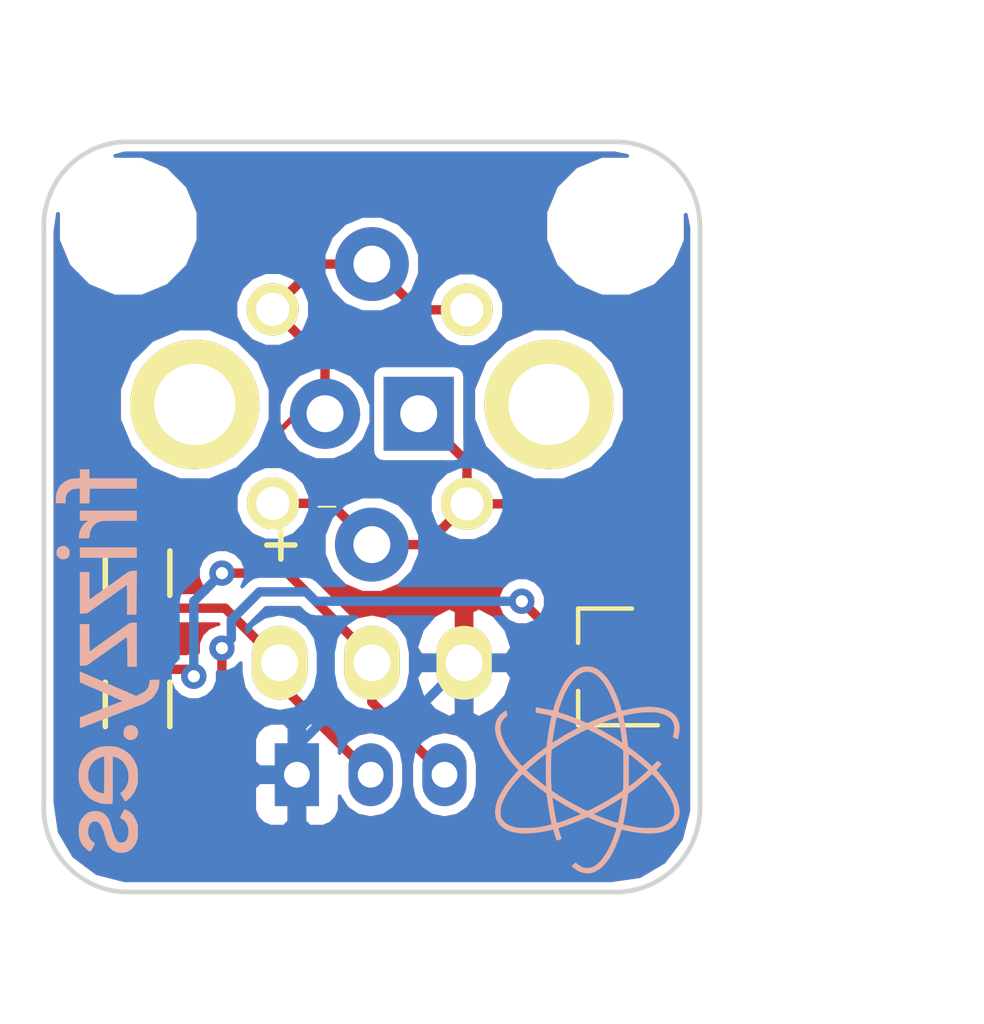
<source format=kicad_pcb>
(kicad_pcb (version 4) (host pcbnew 4.0.7-e2-6376~58~ubuntu16.04.1)

  (general
    (links 15)
    (no_connects 0)
    (area 128.964974 94.170499 146.875501 114.621026)
    (thickness 1.6)
    (drawings 11)
    (tracks 59)
    (zones 0)
    (modules 13)
    (nets 7)
  )

  (page A4)
  (layers
    (0 F.Cu signal)
    (31 B.Cu signal)
    (32 B.Adhes user)
    (33 F.Adhes user)
    (34 B.Paste user)
    (35 F.Paste user)
    (36 B.SilkS user)
    (37 F.SilkS user)
    (38 B.Mask user)
    (39 F.Mask user)
    (40 Dwgs.User user)
    (41 Cmts.User user)
    (42 Eco1.User user)
    (43 Eco2.User user)
    (44 Edge.Cuts user)
    (45 Margin user)
    (46 B.CrtYd user)
    (47 F.CrtYd user)
    (48 B.Fab user)
    (49 F.Fab user)
  )

  (setup
    (last_trace_width 0.254)
    (user_trace_width 0.1524)
    (user_trace_width 0.2)
    (user_trace_width 0.25)
    (user_trace_width 0.3)
    (user_trace_width 0.4)
    (user_trace_width 0.5)
    (user_trace_width 0.6)
    (user_trace_width 0.8)
    (user_trace_width 1)
    (user_trace_width 1.2)
    (user_trace_width 1.5)
    (user_trace_width 2)
    (trace_clearance 0.254)
    (zone_clearance 0.2)
    (zone_45_only no)
    (trace_min 0.1524)
    (segment_width 0.127)
    (edge_width 0.127)
    (via_size 0.6858)
    (via_drill 0.3302)
    (via_min_size 0.6858)
    (via_min_drill 0.3302)
    (uvia_size 0.508)
    (uvia_drill 0.127)
    (uvias_allowed no)
    (uvia_min_size 0.508)
    (uvia_min_drill 0.127)
    (pcb_text_width 0.127)
    (pcb_text_size 0.6 0.6)
    (mod_edge_width 0.127)
    (mod_text_size 0.6 0.6)
    (mod_text_width 0.127)
    (pad_size 1.524 1.524)
    (pad_drill 0.762)
    (pad_to_mask_clearance 0.05)
    (pad_to_paste_clearance -0.04)
    (aux_axis_origin 128.905 94.234)
    (visible_elements FFFFFF7F)
    (pcbplotparams
      (layerselection 0x010f0_80000001)
      (usegerberextensions true)
      (usegerberattributes true)
      (excludeedgelayer true)
      (linewidth 0.100000)
      (plotframeref false)
      (viasonmask false)
      (mode 1)
      (useauxorigin true)
      (hpglpennumber 1)
      (hpglpenspeed 20)
      (hpglpendiameter 15)
      (hpglpenoverlay 2)
      (psnegative false)
      (psa4output false)
      (plotreference true)
      (plotvalue true)
      (plotinvisibletext false)
      (padsonsilk false)
      (subtractmaskfromsilk false)
      (outputformat 1)
      (mirror false)
      (drillshape 0)
      (scaleselection 1)
      (outputdirectory CAM/))
  )

  (net 0 "")
  (net 1 "Net-(BZ1-Pad1)")
  (net 2 "Net-(BZ1-Pad2)")
  (net 3 GND)
  (net 4 +5V)
  (net 5 "Net-(Q1-Pad1)")
  (net 6 SIGNAL)

  (net_class Default "Dit is de standaard class."
    (clearance 0.254)
    (trace_width 0.254)
    (via_dia 0.6858)
    (via_drill 0.3302)
    (uvia_dia 0.508)
    (uvia_drill 0.127)
    (add_net +5V)
    (add_net GND)
    (add_net "Net-(BZ1-Pad1)")
    (add_net "Net-(BZ1-Pad2)")
    (add_net "Net-(Q1-Pad1)")
    (add_net SIGNAL)
  )

  (net_class 0.2mm ""
    (clearance 0.2)
    (trace_width 0.2)
    (via_dia 0.6858)
    (via_drill 0.3302)
    (uvia_dia 0.508)
    (uvia_drill 0.127)
  )

  (net_class Minimal ""
    (clearance 0.1524)
    (trace_width 0.1524)
    (via_dia 0.6858)
    (via_drill 0.3302)
    (uvia_dia 0.508)
    (uvia_drill 0.127)
  )

  (module Connectors_JST:JST_PH_S3B-PH-K_03x2.00mm_Angled (layer F.Cu) (tedit 5910AC03) (tstamp 591044FF)
    (at 135.89 111.379)
    (descr http://www.jst-mfg.com/product/pdf/eng/ePH.pdf)
    (tags "connector jst ph")
    (path /59076BA8)
    (fp_text reference P1 (at 0 -2.5) (layer F.SilkS) hide
      (effects (font (size 1 1) (thickness 0.15)))
    )
    (fp_text value CONN_01X03 (at 2 7.5) (layer F.Fab) hide
      (effects (font (size 1 1) (thickness 0.15)))
    )
    (fp_line (start 0.5 6.25) (end 0.5 2) (layer Dwgs.User) (width 0.15))
    (fp_line (start 0.5 2) (end 3.5 2) (layer Dwgs.User) (width 0.15))
    (fp_line (start 3.5 2) (end 3.5 6.25) (layer Dwgs.User) (width 0.15))
    (fp_line (start -0.9 0.25) (end -1.25 0.25) (layer Dwgs.User) (width 0.15))
    (fp_line (start -1.25 0.25) (end -1.25 -1.35) (layer Dwgs.User) (width 0.15))
    (fp_line (start -1.25 -1.35) (end -1.95 -1.35) (layer Dwgs.User) (width 0.15))
    (fp_line (start -1.95 -1.35) (end -1.95 6.25) (layer Dwgs.User) (width 0.15))
    (fp_line (start -1.95 6.25) (end 5.95 6.25) (layer Dwgs.User) (width 0.15))
    (fp_line (start 5.95 6.25) (end 5.95 -1.35) (layer Dwgs.User) (width 0.15))
    (fp_line (start 5.95 -1.35) (end 5.25 -1.35) (layer Dwgs.User) (width 0.15))
    (fp_line (start 5.25 -1.35) (end 5.25 0.25) (layer Dwgs.User) (width 0.15))
    (fp_line (start 5.25 0.25) (end 4.9 0.25) (layer Dwgs.User) (width 0.15))
    (fp_line (start 0 -1.2) (end -0.4 -1.6) (layer Dwgs.User) (width 0.15))
    (fp_line (start -0.4 -1.6) (end 0.4 -1.6) (layer Dwgs.User) (width 0.15))
    (fp_line (start 0.4 -1.6) (end 0 -1.2) (layer Dwgs.User) (width 0.15))
    (fp_line (start -1.95 0.25) (end -1.25 0.25) (layer Dwgs.User) (width 0.15))
    (fp_line (start 5.95 0.25) (end 5.25 0.25) (layer Dwgs.User) (width 0.15))
    (fp_line (start -1.3 2.5) (end -1.3 4.1) (layer Dwgs.User) (width 0.15))
    (fp_line (start -1.3 4.1) (end -0.3 4.1) (layer Dwgs.User) (width 0.15))
    (fp_line (start -0.3 4.1) (end -0.3 2.5) (layer Dwgs.User) (width 0.15))
    (fp_line (start -0.3 2.5) (end -1.3 2.5) (layer Dwgs.User) (width 0.15))
    (fp_line (start 5.3 2.5) (end 5.3 4.1) (layer Dwgs.User) (width 0.15))
    (fp_line (start 5.3 4.1) (end 4.3 4.1) (layer Dwgs.User) (width 0.15))
    (fp_line (start 4.3 4.1) (end 4.3 2.5) (layer Dwgs.User) (width 0.15))
    (fp_line (start 4.3 2.5) (end 5.3 2.5) (layer Dwgs.User) (width 0.15))
    (fp_line (start -0.3 4.1) (end -0.3 6.25) (layer Dwgs.User) (width 0.15))
    (fp_line (start -0.8 4.1) (end -0.8 6.25) (layer Dwgs.User) (width 0.15))
    (fp_line (start 0.9 0.25) (end 1.1 0.25) (layer Dwgs.User) (width 0.15))
    (fp_line (start 2.9 0.25) (end 3.1 0.25) (layer Dwgs.User) (width 0.15))
    (fp_line (start -2.45 6.75) (end -2.45 -1.85) (layer Dwgs.User) (width 0.05))
    (fp_line (start -2.45 -1.85) (end 6.45 -1.85) (layer Dwgs.User) (width 0.05))
    (fp_line (start 6.45 -1.85) (end 6.45 6.75) (layer Dwgs.User) (width 0.05))
    (fp_line (start 6.45 6.75) (end -2.45 6.75) (layer Dwgs.User) (width 0.05))
    (pad 1 thru_hole rect (at 0 0) (size 1.2 1.7) (drill 0.7) (layers *.Cu *.Mask)
      (net 3 GND))
    (pad 2 thru_hole oval (at 2 0) (size 1.2 1.7) (drill 0.7) (layers *.Cu *.Mask)
      (net 4 +5V))
    (pad 3 thru_hole oval (at 4 0) (size 1.2 1.7) (drill 0.7) (layers *.Cu *.Mask)
      (net 6 SIGNAL))
  )

  (module SparkFun-LED:LED_PIRANHA_5MM (layer F.Cu) (tedit 5910AB38) (tstamp 5910B169)
    (at 137.922 101.346)
    (path /5910A2C3)
    (attr virtual)
    (fp_text reference M1 (at 0 0) (layer Dwgs.User) hide
      (effects (font (thickness 0.15)))
    )
    (fp_text value LED_PIRANHA_5MM (at -0.05842 0.23622) (layer Dwgs.User)
      (effects (font (size 0.4064 0.4064) (thickness 0.0254)))
    )
    (fp_line (start -3.81 3.81) (end 3.68808 3.81) (layer Dwgs.User) (width 0.127))
    (fp_line (start 3.68808 3.81) (end 3.68808 -3.68808) (layer Dwgs.User) (width 0.127))
    (fp_line (start 3.68808 -3.68808) (end -2.80924 -3.68808) (layer Dwgs.User) (width 0.127))
    (fp_line (start -2.80924 -3.68808) (end -3.81 -2.68986) (layer Dwgs.User) (width 0.127))
    (fp_line (start -3.81 -2.68986) (end -3.81 3.81) (layer Dwgs.User) (width 0.127))
    (fp_text user R (at 1.34112 2.82448) (layer Dwgs.User)
      (effects (font (size 0.6096 0.6096) (thickness 0.0508)))
    )
    (fp_text user - (at -1.2192 2.72542) (layer F.SilkS)
      (effects (font (size 0.6096 0.6096) (thickness 0.0508)))
    )
    (fp_text user "PIRANHA 5MM" (at 0.24384 -0.41148) (layer Dwgs.User)
      (effects (font (size 0.4064 0.4064) (thickness 0.0254)))
    )
    (pad - thru_hole circle (at -2.68224 2.68224) (size 1.40716 1.40716) (drill 0.89916) (layers *.Cu F.Paste F.SilkS F.Mask)
      (net 1 "Net-(BZ1-Pad1)"))
    (pad B thru_hole circle (at -2.68732 -2.57302) (size 1.40716 1.40716) (drill 0.89916) (layers *.Cu F.Paste F.SilkS F.Mask)
      (net 2 "Net-(BZ1-Pad2)"))
    (pad G thru_hole circle (at 2.57302 -2.56032) (size 1.40716 1.40716) (drill 0.89916) (layers *.Cu F.Paste F.SilkS F.Mask)
      (net 2 "Net-(BZ1-Pad2)"))
    (pad R thru_hole circle (at 2.5781 2.69494) (size 1.40716 1.40716) (drill 0.89916) (layers *.Cu F.Paste F.SilkS F.Mask)
      (net 1 "Net-(BZ1-Pad1)"))
  )

  (module Buzzers_Beepers:Buzzer_12x9.5RM7.6 (layer F.Cu) (tedit 5910AB78) (tstamp 591044EC)
    (at 137.922 101.346 90)
    (descr "Generic Buzzer, D12mm height 9.5mm with RM7.6mm")
    (tags buzzer)
    (path /590769E6)
    (fp_text reference BZ1 (at 0 -8.001 90) (layer F.SilkS) hide
      (effects (font (size 1 1) (thickness 0.15)))
    )
    (fp_text value Buzzer (at -1.00076 8.001 90) (layer F.Fab) hide
      (effects (font (size 1 1) (thickness 0.15)))
    )
    (fp_circle (center 0 0) (end 1.00076 0) (layer Dwgs.User) (width 0.15))
    (fp_text user + (at -3.81 -2.54 90) (layer F.SilkS)
      (effects (font (size 1 1) (thickness 0.15)))
    )
    (fp_circle (center 0 0) (end 6.20014 0) (layer Dwgs.User) (width 0.15))
    (pad 1 thru_hole circle (at -3.79984 0 90) (size 2 2) (drill 1.00076) (layers *.Cu *.Mask)
      (net 1 "Net-(BZ1-Pad1)"))
    (pad 2 thru_hole circle (at 3.79984 0 90) (size 2 2) (drill 1.00076) (layers *.Cu *.Mask)
      (net 2 "Net-(BZ1-Pad2)"))
    (model Buzzers_Beepers.3dshapes/Buzzer_12x9.5RM7.6.wrl
      (at (xyz 0 0 0))
      (scale (xyz 4 4 4))
      (rotate (xyz 0 0 0))
    )
  )

  (module w_pth_resistors:trimmer_alps-rk09k1130ah1 (layer F.Cu) (tedit 5910AB8A) (tstamp 5910486C)
    (at 137.922 101.346)
    (descr "9mm trimmer, Alps RK09K1130AH1")
    (tags trimmer)
    (path /5907698A)
    (autoplace_cost180 10)
    (fp_text reference RV1 (at 0 9.99998) (layer F.SilkS) hide
      (effects (font (size 1.50114 1.50114) (thickness 0.20066)))
    )
    (fp_text value POT (at 0 -7.80034) (layer F.SilkS) hide
      (effects (font (size 1.50114 1.50114) (thickness 0.20066)))
    )
    (fp_line (start 4.9 -5.5) (end 4.9 6.5) (layer Dwgs.User) (width 0.381))
    (fp_line (start -4.9 6.5) (end -4.9 -5.5) (layer Dwgs.User) (width 0.381))
    (fp_line (start -4.9 6.5) (end 4.9 6.5) (layer Dwgs.User) (width 0.381))
    (fp_line (start -4.9 -5.5) (end 4.9 -5.5) (layer Dwgs.User) (width 0.381))
    (fp_circle (center 3.8 4.4) (end 4.2 4.4) (layer Dwgs.User) (width 0.381))
    (fp_circle (center -3.8 4.4) (end -4.2 4.4) (layer Dwgs.User) (width 0.381))
    (fp_circle (center 3.8 -4.4) (end 3.4 -4.4) (layer Dwgs.User) (width 0.381))
    (fp_circle (center -3.8 -4.4) (end -4.2 -4.4) (layer Dwgs.User) (width 0.381))
    (fp_line (start -2.60096 -1.50114) (end 2.60096 -1.50114) (layer Dwgs.User) (width 0.381))
    (fp_circle (center 0 0) (end -2.99974 0) (layer Dwgs.User) (width 0.381))
    (fp_circle (center 0 0) (end -3.40106 0) (layer Dwgs.User) (width 0.381))
    (pad 1 thru_hole oval (at -2.5 7) (size 1.5 2) (drill 1) (layers *.Cu *.Mask F.SilkS)
      (net 4 +5V))
    (pad 2 thru_hole oval (at 0 7) (size 1.5 2) (drill 1) (layers *.Cu *.Mask F.SilkS)
      (net 6 SIGNAL))
    (pad 3 thru_hole oval (at 2.5 7) (size 1.5 2) (drill 1) (layers *.Cu *.Mask F.SilkS)
      (net 3 GND))
    (pad "" thru_hole circle (at -4.8 0) (size 3.5 3.5) (drill 2.2) (layers *.Cu *.Mask F.SilkS))
    (pad "" thru_hole circle (at 4.8 0) (size 3.5 3.5) (drill 2.2) (layers *.Cu *.Mask F.SilkS))
    (model walter/pth_resistors/trimmer_alps-rk09k1130ah1.wrl
      (at (xyz 0 0 0))
      (scale (xyz 1 1 1))
      (rotate (xyz 0 0 0))
    )
  )

  (module LEDs:LED-5MM (layer F.Cu) (tedit 5910B3F3) (tstamp 591044F8)
    (at 139.192 101.6 180)
    (descr "LED 5mm round vertical")
    (tags "LED 5mm round vertical")
    (path /59076A41)
    (fp_text reference D1 (at 1.524 4.064 180) (layer F.SilkS) hide
      (effects (font (size 1 1) (thickness 0.15)))
    )
    (fp_text value LED (at 1.524 -3.937 180) (layer F.Fab) hide
      (effects (font (size 1 1) (thickness 0.15)))
    )
    (fp_line (start -1.5 -1.55) (end -1.5 1.55) (layer Dwgs.User) (width 0.05))
    (fp_arc (start 1.3 0) (end -1.5 1.55) (angle -302) (layer Dwgs.User) (width 0.05))
    (fp_arc (start 1.27 0) (end -1.23 -1.5) (angle 297.5) (layer Dwgs.User) (width 0.15))
    (fp_line (start -1.23 1.5) (end -1.23 -1.5) (layer Dwgs.User) (width 0.15))
    (fp_circle (center 1.27 0) (end 0.97 -2.5) (layer Dwgs.User) (width 0.15))
    (fp_text user K (at -1.905 1.905 180) (layer F.SilkS) hide
      (effects (font (size 1 1) (thickness 0.15)))
    )
    (pad 1 thru_hole rect (at 0 0 270) (size 2 1.9) (drill 1.00076) (layers *.Cu *.Mask)
      (net 1 "Net-(BZ1-Pad1)"))
    (pad 2 thru_hole circle (at 2.54 0 180) (size 1.9 1.9) (drill 1.00076) (layers *.Cu *.Mask)
      (net 2 "Net-(BZ1-Pad2)"))
    (model LEDs.3dshapes/LED-5MM.wrl
      (at (xyz 0.05 0 0))
      (scale (xyz 1 1 1))
      (rotate (xyz 0 0 90))
    )
  )

  (module TO_SOT_Packages_SMD:SOT-23 (layer F.Cu) (tedit 5910AB56) (tstamp 59104506)
    (at 144.272 108.458 180)
    (descr "SOT-23, Standard")
    (tags SOT-23)
    (path /59076A68)
    (attr smd)
    (fp_text reference Q1 (at 0 -2.5 180) (layer F.SilkS) hide
      (effects (font (size 1 1) (thickness 0.15)))
    )
    (fp_text value Q_NPN_BCE (at 0 2.5 180) (layer F.Fab) hide
      (effects (font (size 1 1) (thickness 0.15)))
    )
    (fp_line (start 0.76 1.58) (end 0.76 0.65) (layer F.SilkS) (width 0.12))
    (fp_line (start 0.76 -1.58) (end 0.76 -0.65) (layer F.SilkS) (width 0.12))
    (fp_line (start 0.7 -1.52) (end 0.7 1.52) (layer F.Fab) (width 0.15))
    (fp_line (start -0.7 1.52) (end 0.7 1.52) (layer F.Fab) (width 0.15))
    (fp_line (start -1.7 -1.75) (end 1.7 -1.75) (layer F.CrtYd) (width 0.05))
    (fp_line (start 1.7 -1.75) (end 1.7 1.75) (layer F.CrtYd) (width 0.05))
    (fp_line (start 1.7 1.75) (end -1.7 1.75) (layer F.CrtYd) (width 0.05))
    (fp_line (start -1.7 1.75) (end -1.7 -1.75) (layer F.CrtYd) (width 0.05))
    (fp_line (start 0.76 -1.58) (end -1.4 -1.58) (layer F.SilkS) (width 0.12))
    (fp_line (start -0.7 -1.52) (end 0.7 -1.52) (layer F.Fab) (width 0.15))
    (fp_line (start -0.7 -1.52) (end -0.7 1.52) (layer F.Fab) (width 0.15))
    (fp_line (start 0.76 1.58) (end -0.7 1.58) (layer F.SilkS) (width 0.12))
    (pad 1 smd rect (at -1 -0.95 180) (size 0.9 0.8) (layers F.Cu F.Paste F.Mask)
      (net 5 "Net-(Q1-Pad1)"))
    (pad 2 smd rect (at -1 0.95 180) (size 0.9 0.8) (layers F.Cu F.Paste F.Mask)
      (net 1 "Net-(BZ1-Pad1)"))
    (pad 3 smd rect (at 1 0 180) (size 0.9 0.8) (layers F.Cu F.Paste F.Mask)
      (net 3 GND))
    (model TO_SOT_Packages_SMD.3dshapes/SOT-23.wrl
      (at (xyz 0 0 0))
      (scale (xyz 1 1 1))
      (rotate (xyz 0 0 90))
    )
  )

  (module Resistors_SMD:R_0805 (layer F.Cu) (tedit 5910AB2D) (tstamp 5910450C)
    (at 131.572 109.474 270)
    (descr "Resistor SMD 0805, reflow soldering, Vishay (see dcrcw.pdf)")
    (tags "resistor 0805")
    (path /59076B87)
    (attr smd)
    (fp_text reference R1 (at 0 -2.1 270) (layer F.SilkS) hide
      (effects (font (size 1 1) (thickness 0.15)))
    )
    (fp_text value 1k (at 0 2.1 270) (layer F.Fab) hide
      (effects (font (size 1 1) (thickness 0.15)))
    )
    (fp_line (start -1 0.625) (end -1 -0.625) (layer F.Fab) (width 0.1))
    (fp_line (start 1 0.625) (end -1 0.625) (layer F.Fab) (width 0.1))
    (fp_line (start 1 -0.625) (end 1 0.625) (layer F.Fab) (width 0.1))
    (fp_line (start -1 -0.625) (end 1 -0.625) (layer F.Fab) (width 0.1))
    (fp_line (start -1.6 -1) (end 1.6 -1) (layer F.CrtYd) (width 0.05))
    (fp_line (start -1.6 1) (end 1.6 1) (layer F.CrtYd) (width 0.05))
    (fp_line (start -1.6 -1) (end -1.6 1) (layer F.CrtYd) (width 0.05))
    (fp_line (start 1.6 -1) (end 1.6 1) (layer F.CrtYd) (width 0.05))
    (fp_line (start 0.6 0.875) (end -0.6 0.875) (layer F.SilkS) (width 0.15))
    (fp_line (start -0.6 -0.875) (end 0.6 -0.875) (layer F.SilkS) (width 0.15))
    (pad 1 smd rect (at -0.95 0 270) (size 0.7 1.3) (layers F.Cu F.Paste F.Mask)
      (net 6 SIGNAL))
    (pad 2 smd rect (at 0.95 0 270) (size 0.7 1.3) (layers F.Cu F.Paste F.Mask)
      (net 5 "Net-(Q1-Pad1)"))
    (model Resistors_SMD.3dshapes/R_0805.wrl
      (at (xyz 0 0 0))
      (scale (xyz 1 1 1))
      (rotate (xyz 0 0 0))
    )
  )

  (module Resistors_SMD:R_0805 (layer F.Cu) (tedit 5910AB25) (tstamp 5910B16F)
    (at 131.572 105.918 270)
    (descr "Resistor SMD 0805, reflow soldering, Vishay (see dcrcw.pdf)")
    (tags "resistor 0805")
    (path /5910A539)
    (attr smd)
    (fp_text reference R2 (at 0 -2.1 270) (layer F.SilkS) hide
      (effects (font (size 1 1) (thickness 0.15)))
    )
    (fp_text value 1k (at 0 2.1 270) (layer F.Fab) hide
      (effects (font (size 1 1) (thickness 0.15)))
    )
    (fp_line (start -1 0.625) (end -1 -0.625) (layer F.Fab) (width 0.1))
    (fp_line (start 1 0.625) (end -1 0.625) (layer F.Fab) (width 0.1))
    (fp_line (start 1 -0.625) (end 1 0.625) (layer F.Fab) (width 0.1))
    (fp_line (start -1 -0.625) (end 1 -0.625) (layer F.Fab) (width 0.1))
    (fp_line (start -1.6 -1) (end 1.6 -1) (layer F.CrtYd) (width 0.05))
    (fp_line (start -1.6 1) (end 1.6 1) (layer F.CrtYd) (width 0.05))
    (fp_line (start -1.6 -1) (end -1.6 1) (layer F.CrtYd) (width 0.05))
    (fp_line (start 1.6 -1) (end 1.6 1) (layer F.CrtYd) (width 0.05))
    (fp_line (start 0.6 0.875) (end -0.6 0.875) (layer F.SilkS) (width 0.15))
    (fp_line (start -0.6 -0.875) (end 0.6 -0.875) (layer F.SilkS) (width 0.15))
    (pad 1 smd rect (at -0.95 0 270) (size 0.7 1.3) (layers F.Cu F.Paste F.Mask)
      (net 2 "Net-(BZ1-Pad2)"))
    (pad 2 smd rect (at 0.95 0 270) (size 0.7 1.3) (layers F.Cu F.Paste F.Mask)
      (net 4 +5V))
    (model Resistors_SMD.3dshapes/R_0805.wrl
      (at (xyz 0 0 0))
      (scale (xyz 1 1 1))
      (rotate (xyz 0 0 0))
    )
  )

  (module Mounting_Holes:MountingHole_3.2mm_M3 (layer F.Cu) (tedit 5910AC92) (tstamp 5910BB58)
    (at 131.318 96.52)
    (descr "Mounting Hole 3.2mm, no annular, M3")
    (tags "mounting hole 3.2mm no annular m3")
    (fp_text reference REF** (at 0 -4.2) (layer F.SilkS) hide
      (effects (font (size 1 1) (thickness 0.15)))
    )
    (fp_text value MountingHole_3.2mm_M3 (at 0 4.2) (layer F.Fab) hide
      (effects (font (size 1 1) (thickness 0.15)))
    )
    (fp_circle (center 0 0) (end 3.2 0) (layer Cmts.User) (width 0.15))
    (fp_circle (center 0 0) (end 3.45 0) (layer F.CrtYd) (width 0.05))
    (pad 1 np_thru_hole circle (at 0 0) (size 3.2 3.2) (drill 3.2) (layers *.Cu *.Mask))
  )

  (module Mounting_Holes:MountingHole_3.2mm_M3 (layer F.Cu) (tedit 5910ACBB) (tstamp 5910BB5E)
    (at 144.526 96.52)
    (descr "Mounting Hole 3.2mm, no annular, M3")
    (tags "mounting hole 3.2mm no annular m3")
    (fp_text reference REF** (at 0 -4.2) (layer F.SilkS) hide
      (effects (font (size 1 1) (thickness 0.15)))
    )
    (fp_text value MountingHole_3.2mm_M3 (at 0 4.2) (layer F.Fab) hide
      (effects (font (size 1 1) (thickness 0.15)))
    )
    (fp_circle (center 0 0) (end 3.2 0) (layer Cmts.User) (width 0.15))
    (fp_circle (center 0 0) (end 3.45 0) (layer F.CrtYd) (width 0.05))
    (pad 1 np_thru_hole circle (at 0 0) (size 3.2 3.2) (drill 3.2) (layers *.Cu *.Mask))
  )

  (module logos_frizzy:web (layer B.Cu) (tedit 0) (tstamp 5910C3CD)
    (at 130.6195 108.331 270)
    (fp_text reference G*** (at 0 0 270) (layer B.SilkS) hide
      (effects (font (thickness 0.3)) (justify mirror))
    )
    (fp_text value LOGO (at 0.75 0 270) (layer B.SilkS) hide
      (effects (font (thickness 0.3)) (justify mirror))
    )
    (fp_poly (pts (xy 0.55579 0.574676) (xy 0.565572 0.544995) (xy 0.570637 0.52705) (xy 0.580742 0.507716)
      (xy 0.59055 0.4953) (xy 0.604729 0.476892) (xy 0.607802 0.4699) (xy 0.612977 0.451553)
      (xy 0.627349 0.414528) (xy 0.649236 0.363099) (xy 0.655347 0.34925) (xy 0.669437 0.316922)
      (xy 0.678234 0.295599) (xy 0.67945 0.2921) (xy 0.68511 0.2776) (xy 0.697525 0.248623)
      (xy 0.703552 0.23495) (xy 0.730492 0.173828) (xy 0.747942 0.133192) (xy 0.755347 0.114336)
      (xy 0.755357 0.1143) (xy 0.761198 0.099794) (xy 0.773722 0.070807) (xy 0.779752 0.05715)
      (xy 0.807557 -0.005952) (xy 0.824779 -0.046205) (xy 0.831425 -0.0635) (xy 0.837257 -0.077802)
      (xy 0.85022 -0.10717) (xy 0.859192 -0.127) (xy 0.883199 -0.18164) (xy 0.896056 -0.216137)
      (xy 0.898588 -0.232744) (xy 0.898177 -0.233749) (xy 0.903602 -0.245515) (xy 0.919543 -0.265366)
      (xy 0.933608 -0.284247) (xy 0.93345 -0.2921) (xy 0.932637 -0.299778) (xy 0.943276 -0.314325)
      (xy 0.959541 -0.335356) (xy 0.964642 -0.345941) (xy 0.972826 -0.374674) (xy 0.992623 -0.423426)
      (xy 1.007707 -0.4572) (xy 1.022952 -0.491947) (xy 1.032661 -0.516597) (xy 1.03441 -0.522816)
      (xy 1.040465 -0.538987) (xy 1.052277 -0.53547) (xy 1.066516 -0.516298) (xy 1.07985 -0.485501)
      (xy 1.086823 -0.459383) (xy 1.094868 -0.433138) (xy 1.099649 -0.421283) (xy 1.108748 -0.400031)
      (xy 1.111217 -0.3937) (xy 1.117629 -0.376897) (xy 1.129416 -0.34715) (xy 1.142356 -0.315029)
      (xy 1.151804 -0.2921) (xy 1.160142 -0.271743) (xy 1.16205 -0.2667) (xy 1.168486 -0.250974)
      (xy 1.17365 -0.239116) (xy 1.183312 -0.211401) (xy 1.18561 -0.201016) (xy 1.194399 -0.175646)
      (xy 1.200139 -0.1651) (xy 1.212582 -0.135803) (xy 1.21591 -0.121646) (xy 1.224476 -0.093929)
      (xy 1.230497 -0.083546) (xy 1.240955 -0.063358) (xy 1.253735 -0.02991) (xy 1.2573 -0.01905)
      (xy 1.269653 0.015878) (xy 1.280805 0.040614) (xy 1.283275 0.04445) (xy 1.292861 0.060713)
      (xy 1.2935 0.0635) (xy 1.294655 0.070254) (xy 1.298819 0.083685) (xy 1.307649 0.10853)
      (xy 1.322805 0.149529) (xy 1.335736 0.18415) (xy 1.350692 0.22444) (xy 1.361582 0.254363)
      (xy 1.365812 0.2667) (xy 1.371317 0.282128) (xy 1.382749 0.311565) (xy 1.396375 0.345526)
      (xy 1.405804 0.3683) (xy 1.413754 0.388632) (xy 1.415349 0.3937) (xy 1.420369 0.407704)
      (xy 1.432375 0.439263) (xy 1.449047 0.482299) (xy 1.454127 0.4953) (xy 1.471204 0.540853)
      (xy 1.483416 0.577168) (xy 1.48869 0.597948) (xy 1.488655 0.600075) (xy 1.499388 0.603818)
      (xy 1.53063 0.60687) (xy 1.577494 0.608905) (xy 1.631949 0.6096) (xy 1.690945 0.608632)
      (xy 1.738041 0.605978) (xy 1.768562 0.602021) (xy 1.778 0.597727) (xy 1.773827 0.57752)
      (xy 1.766821 0.556452) (xy 1.757697 0.530117) (xy 1.754378 0.517392) (xy 1.748151 0.500401)
      (xy 1.734733 0.472203) (xy 1.73355 0.4699) (xy 1.719783 0.441303) (xy 1.712833 0.42306)
      (xy 1.712721 0.422409) (xy 1.70779 0.404201) (xy 1.699901 0.381) (xy 1.687332 0.346036)
      (xy 1.681055 0.326923) (xy 1.678499 0.31571) (xy 1.678274 0.314192) (xy 1.67198 0.297207)
      (xy 1.658522 0.268981) (xy 1.657281 0.266567) (xy 1.646412 0.241271) (xy 1.645418 0.228858)
      (xy 1.646292 0.2286) (xy 1.645417 0.220742) (xy 1.63195 0.2032) (xy 1.618038 0.184873)
      (xy 1.617607 0.1778) (xy 1.618343 0.168085) (xy 1.608847 0.144256) (xy 1.606618 0.139834)
      (xy 1.593664 0.113323) (xy 1.588112 0.099017) (xy 1.588135 0.098559) (xy 1.584928 0.085598)
      (xy 1.575591 0.058054) (xy 1.563321 0.024967) (xy 1.553295 0) (xy 1.545456 -0.020323)
      (xy 1.543952 -0.0254) (xy 1.537064 -0.040906) (xy 1.535021 -0.04445) (xy 1.527169 -0.062837)
      (xy 1.514911 -0.096979) (xy 1.50495 -0.127) (xy 1.491433 -0.167272) (xy 1.480055 -0.198012)
      (xy 1.474878 -0.20955) (xy 1.466576 -0.226493) (xy 1.46598 -0.2286) (xy 1.460853 -0.243671)
      (xy 1.450164 -0.271466) (xy 1.449534 -0.27305) (xy 1.435085 -0.310055) (xy 1.42823 -0.330505)
      (xy 1.4268 -0.341295) (xy 1.427191 -0.344123) (xy 1.421644 -0.359249) (xy 1.414555 -0.369523)
      (xy 1.402972 -0.391045) (xy 1.388164 -0.427606) (xy 1.37795 -0.4572) (xy 1.36415 -0.497504)
      (xy 1.352046 -0.528251) (xy 1.346174 -0.53975) (xy 1.336652 -0.559222) (xy 1.324397 -0.59219)
      (xy 1.320787 -0.60325) (xy 1.309 -0.638127) (xy 1.299236 -0.662863) (xy 1.297264 -0.66675)
      (xy 1.287983 -0.689507) (xy 1.287398 -0.69215) (xy 1.281209 -0.711169) (xy 1.268749 -0.742745)
      (xy 1.26467 -0.752414) (xy 1.251965 -0.783768) (xy 1.245116 -0.803942) (xy 1.244712 -0.806522)
      (xy 1.23972 -0.82116) (xy 1.227021 -0.848032) (xy 1.22555 -0.8509) (xy 1.211783 -0.879497)
      (xy 1.204833 -0.89774) (xy 1.204721 -0.898391) (xy 1.199302 -0.917926) (xy 1.187948 -0.950628)
      (xy 1.174286 -0.986137) (xy 1.172454 -0.9906) (xy 1.163398 -1.015259) (xy 1.161297 -1.02235)
      (xy 1.154431 -1.041079) (xy 1.141117 -1.07287) (xy 1.135412 -1.08585) (xy 1.121365 -1.118163)
      (xy 1.11273 -1.139488) (xy 1.111599 -1.143) (xy 1.104396 -1.156251) (xy 1.087197 -1.183419)
      (xy 1.072728 -1.205224) (xy 1.048699 -1.241028) (xy 1.029129 -1.270483) (xy 1.02235 -1.280858)
      (xy 0.999961 -1.310723) (xy 0.970195 -1.344267) (xy 0.938795 -1.375755) (xy 0.911503 -1.399457)
      (xy 0.89406 -1.40964) (xy 0.893283 -1.4097) (xy 0.877739 -1.416161) (xy 0.8763 -1.420499)
      (xy 0.865853 -1.430728) (xy 0.838972 -1.447907) (xy 0.802349 -1.468476) (xy 0.762672 -1.488876)
      (xy 0.726633 -1.505547) (xy 0.700922 -1.51493) (xy 0.697476 -1.51564) (xy 0.672079 -1.523128)
      (xy 0.66675 -1.525785) (xy 0.648418 -1.529826) (xy 0.612376 -1.53337) (xy 0.566313 -1.535669)
      (xy 0.56482 -1.535712) (xy 0.47559 -1.538219) (xy 0.476068 -1.417719) (xy 0.476887 -1.365043)
      (xy 0.478695 -1.322678) (xy 0.48118 -1.296519) (xy 0.482748 -1.291151) (xy 0.497813 -1.28635)
      (xy 0.530068 -1.280394) (xy 0.5588 -1.276349) (xy 0.600596 -1.269216) (xy 0.632966 -1.260271)
      (xy 0.644525 -1.254553) (xy 0.658072 -1.247949) (xy 0.6604 -1.25095) (xy 0.668288 -1.251861)
      (xy 0.680804 -1.243475) (xy 0.709482 -1.223577) (xy 0.727887 -1.213241) (xy 0.751096 -1.194993)
      (xy 0.778717 -1.164364) (xy 0.790028 -1.149245) (xy 0.816229 -1.109062) (xy 0.844012 -1.062062)
      (xy 0.870647 -1.013496) (xy 0.893404 -0.96862) (xy 0.909552 -0.932686) (xy 0.916363 -0.910949)
      (xy 0.915761 -0.907295) (xy 0.907447 -0.891228) (xy 0.907438 -0.891116) (xy 0.902099 -0.876087)
      (xy 0.888725 -0.84501) (xy 0.871065 -0.80645) (xy 0.852374 -0.765233) (xy 0.838619 -0.732292)
      (xy 0.83302 -0.715656) (xy 0.823416 -0.693622) (xy 0.816498 -0.683906) (xy 0.803367 -0.664168)
      (xy 0.800832 -0.657358) (xy 0.791978 -0.627236) (xy 0.771285 -0.57669) (xy 0.757592 -0.5461)
      (xy 0.742354 -0.511848) (xy 0.732549 -0.488209) (xy 0.730694 -0.4826) (xy 0.723984 -0.467735)
      (xy 0.717712 -0.4572) (xy 0.706032 -0.433858) (xy 0.703607 -0.42545) (xy 0.697526 -0.407181)
      (xy 0.684269 -0.375028) (xy 0.675638 -0.3556) (xy 0.637483 -0.27133) (xy 0.604925 -0.198542)
      (xy 0.579201 -0.140051) (xy 0.561546 -0.09867) (xy 0.553198 -0.077215) (xy 0.552902 -0.0762)
      (xy 0.54704 -0.062295) (xy 0.533329 -0.032077) (xy 0.515465 0.00635) (xy 0.496843 0.047204)
      (xy 0.483171 0.079406) (xy 0.477619 0.09525) (xy 0.469447 0.116344) (xy 0.463387 0.127)
      (xy 0.452446 0.146544) (xy 0.450272 0.1524) (xy 0.444969 0.16689) (xy 0.432767 0.195845)
      (xy 0.426747 0.20955) (xy 0.401039 0.267837) (xy 0.384757 0.305768) (xy 0.376741 0.326076)
      (xy 0.375519 0.3302) (xy 0.368429 0.34509) (xy 0.362112 0.3556) (xy 0.350362 0.378951)
      (xy 0.34788 0.38735) (xy 0.341725 0.404696) (xy 0.327681 0.437599) (xy 0.310034 0.47625)
      (xy 0.291719 0.516281) (xy 0.278612 0.546846) (xy 0.273661 0.560917) (xy 0.265353 0.576936)
      (xy 0.263525 0.578909) (xy 0.255206 0.591501) (xy 0.261443 0.600262) (xy 0.284898 0.605796)
      (xy 0.328232 0.608706) (xy 0.394108 0.609598) (xy 0.398807 0.609601) (xy 0.543615 0.609601)
      (xy 0.55579 0.574676)) (layer B.SilkS) (width 0.01))
    (fp_poly (pts (xy 0.7366 -1.20015) (xy 0.73025 -1.2065) (xy 0.7239 -1.20015) (xy 0.73025 -1.1938)
      (xy 0.7366 -1.20015)) (layer B.SilkS) (width 0.01))
    (fp_poly (pts (xy 1.959299 -0.579094) (xy 1.988961 -0.58506) (xy 2.013637 -0.59995) (xy 2.043528 -0.627856)
      (xy 2.046656 -0.630979) (xy 2.077495 -0.664368) (xy 2.093897 -0.692286) (xy 2.1009 -0.725569)
      (xy 2.10263 -0.75139) (xy 2.099463 -0.813545) (xy 2.080843 -0.863377) (xy 2.042853 -0.910505)
      (xy 2.034472 -0.918668) (xy 1.989879 -0.946223) (xy 1.933265 -0.961146) (xy 1.874985 -0.962004)
      (xy 1.825806 -0.947585) (xy 1.78973 -0.926648) (xy 1.761008 -0.907459) (xy 1.744716 -0.893699)
      (xy 1.744979 -0.889) (xy 1.746934 -0.881167) (xy 1.738872 -0.868711) (xy 1.719712 -0.830727)
      (xy 1.710637 -0.781418) (xy 1.711907 -0.730574) (xy 1.723781 -0.687986) (xy 1.733667 -0.672969)
      (xy 1.746663 -0.654781) (xy 1.74527 -0.6477) (xy 1.747942 -0.641415) (xy 1.76713 -0.625347)
      (xy 1.784576 -0.612775) (xy 1.819672 -0.591994) (xy 1.854603 -0.581429) (xy 1.900697 -0.578044)
      (xy 1.91445 -0.577962) (xy 1.959299 -0.579094)) (layer B.SilkS) (width 0.01))
    (fp_poly (pts (xy 3.151951 0.641162) (xy 3.232714 0.63428) (xy 3.304718 0.618616) (xy 3.376045 0.592238)
      (xy 3.454774 0.553214) (xy 3.4798 0.539448) (xy 3.501067 0.523919) (xy 3.532935 0.49644)
      (xy 3.570883 0.461425) (xy 3.61039 0.423286) (xy 3.646936 0.386437) (xy 3.676001 0.35529)
      (xy 3.693066 0.334258) (xy 3.6957 0.328668) (xy 3.702274 0.312833) (xy 3.718797 0.284938)
      (xy 3.726894 0.272661) (xy 3.751385 0.229548) (xy 3.777177 0.173319) (xy 3.799689 0.114989)
      (xy 3.814341 0.065573) (xy 3.815663 0.059161) (xy 3.820582 0.037524) (xy 3.823016 0.03175)
      (xy 3.827439 0.020062) (xy 3.831138 -0.010969) (xy 3.833974 -0.055294) (xy 3.835807 -0.106862)
      (xy 3.836496 -0.159622) (xy 3.835901 -0.207525) (xy 3.833884 -0.244522) (xy 3.830302 -0.26456)
      (xy 3.829887 -0.265344) (xy 3.818653 -0.268857) (xy 3.788967 -0.271824) (xy 3.73982 -0.274268)
      (xy 3.670204 -0.276209) (xy 3.57911 -0.277671) (xy 3.465528 -0.278675) (xy 3.328451 -0.279243)
      (xy 3.186769 -0.2794) (xy 2.552337 -0.2794) (xy 2.559517 -0.320155) (xy 2.568628 -0.353873)
      (xy 2.580304 -0.377305) (xy 2.58847 -0.391217) (xy 2.586758 -0.3937) (xy 2.584844 -0.402683)
      (xy 2.595598 -0.42621) (xy 2.615625 -0.459148) (xy 2.64153 -0.496364) (xy 2.669919 -0.532724)
      (xy 2.697398 -0.563096) (xy 2.701215 -0.566802) (xy 2.731682 -0.590674) (xy 2.774966 -0.618658)
      (xy 2.822894 -0.646097) (xy 2.867293 -0.668336) (xy 2.899988 -0.680718) (xy 2.90195 -0.681163)
      (xy 2.924378 -0.685484) (xy 2.94005 -0.688344) (xy 2.967678 -0.696033) (xy 2.978628 -0.701125)
      (xy 2.997092 -0.704826) (xy 3.033635 -0.707199) (xy 3.080972 -0.708267) (xy 3.131819 -0.708055)
      (xy 3.17889 -0.706588) (xy 3.214901 -0.703891) (xy 3.23215 -0.700261) (xy 3.254945 -0.692062)
      (xy 3.268851 -0.689151) (xy 3.30902 -0.677219) (xy 3.357249 -0.65537) (xy 3.401713 -0.629496)
      (xy 3.425293 -0.611175) (xy 3.447373 -0.592134) (xy 3.461116 -0.5842) (xy 3.461126 -0.5842)
      (xy 3.475362 -0.576275) (xy 3.487964 -0.56515) (xy 3.500191 -0.550166) (xy 3.499841 -0.5461)
      (xy 3.502061 -0.53792) (xy 3.51711 -0.518009) (xy 3.518991 -0.515825) (xy 3.539288 -0.495915)
      (xy 3.557479 -0.493433) (xy 3.582154 -0.50393) (xy 3.609841 -0.519933) (xy 3.625671 -0.533122)
      (xy 3.625844 -0.53339) (xy 3.640183 -0.544519) (xy 3.670422 -0.562117) (xy 3.702018 -0.578391)
      (xy 3.740463 -0.598615) (xy 3.758961 -0.61562) (xy 3.758217 -0.635317) (xy 3.738935 -0.663614)
      (xy 3.715451 -0.69095) (xy 3.694529 -0.717283) (xy 3.683503 -0.73612) (xy 3.683 -0.738575)
      (xy 3.672554 -0.747812) (xy 3.661833 -0.7493) (xy 3.647651 -0.752924) (xy 3.648528 -0.757161)
      (xy 3.647429 -0.770507) (xy 3.63332 -0.787659) (xy 3.614853 -0.799158) (xy 3.609262 -0.8001)
      (xy 3.591808 -0.808817) (xy 3.581867 -0.818586) (xy 3.562401 -0.833717) (xy 3.527014 -0.854741)
      (xy 3.482845 -0.878097) (xy 3.43703 -0.900226) (xy 3.396705 -0.917567) (xy 3.36901 -0.926561)
      (xy 3.364329 -0.9271) (xy 3.341263 -0.93213) (xy 3.335499 -0.935934) (xy 3.32521 -0.942876)
      (xy 3.307637 -0.948019) (xy 3.278754 -0.9518) (xy 3.234539 -0.954653) (xy 3.170965 -0.957016)
      (xy 3.13055 -0.958153) (xy 3.064495 -0.958874) (xy 3.001889 -0.957754) (xy 2.95041 -0.955032)
      (xy 2.921 -0.951613) (xy 2.862395 -0.94044) (xy 2.82213 -0.931504) (xy 2.79349 -0.922861)
      (xy 2.769762 -0.912568) (xy 2.750683 -0.902336) (xy 2.721928 -0.88825) (xy 2.703789 -0.883196)
      (xy 2.701776 -0.883857) (xy 2.69032 -0.880389) (xy 2.679954 -0.870256) (xy 2.659341 -0.854001)
      (xy 2.648363 -0.8509) (xy 2.628883 -0.842247) (xy 2.60985 -0.8255) (xy 2.587543 -0.80646)
      (xy 2.571928 -0.8001) (xy 2.556513 -0.791462) (xy 2.529434 -0.768632) (xy 2.496092 -0.736232)
      (xy 2.490328 -0.73025) (xy 2.460031 -0.697289) (xy 2.439647 -0.672708) (xy 2.432727 -0.660864)
      (xy 2.433407 -0.6604) (xy 2.43173 -0.652448) (xy 2.416013 -0.632441) (xy 2.40665 -0.6223)
      (xy 2.386648 -0.599099) (xy 2.379315 -0.585597) (xy 2.380842 -0.5842) (xy 2.382249 -0.576371)
      (xy 2.372448 -0.561975) (xy 2.352253 -0.531929) (xy 2.341154 -0.503139) (xy 2.340562 -0.4953)
      (xy 2.335618 -0.480562) (xy 2.325358 -0.45955) (xy 2.311421 -0.428548) (xy 2.305222 -0.40875)
      (xy 2.299641 -0.383046) (xy 2.291233 -0.345725) (xy 2.288814 -0.335172) (xy 2.28358 -0.297139)
      (xy 2.280552 -0.242844) (xy 2.279599 -0.178792) (xy 2.280589 -0.111492) (xy 2.283243 -0.0508)
      (xy 2.551174 -0.0508) (xy 3.060793 -0.0508) (xy 3.187813 -0.050772) (xy 3.29171 -0.050613)
      (xy 3.374761 -0.050208) (xy 3.439244 -0.049443) (xy 3.487437 -0.048201) (xy 3.521615 -0.046368)
      (xy 3.544058 -0.043831) (xy 3.557041 -0.040473) (xy 3.562841 -0.036179) (xy 3.563738 -0.030836)
      (xy 3.562384 -0.025508) (xy 3.553851 0.006858) (xy 3.548076 0.034422) (xy 3.538602 0.066347)
      (xy 3.528292 0.085331) (xy 3.52021 0.099169) (xy 3.521941 0.1016) (xy 3.52228 0.110728)
      (xy 3.51099 0.134267) (xy 3.491872 0.166455) (xy 3.468728 0.201529) (xy 3.445358 0.233725)
      (xy 3.425565 0.25728) (xy 3.413221 0.266429) (xy 3.397953 0.274189) (xy 3.374044 0.292571)
      (xy 3.37308 0.293405) (xy 3.350277 0.310526) (xy 3.336612 0.31584) (xy 3.336217 0.31563)
      (xy 3.323226 0.319428) (xy 3.306508 0.331577) (xy 3.283947 0.346393) (xy 3.254067 0.360676)
      (xy 3.224994 0.371296) (xy 3.204853 0.375126) (xy 3.2004 0.372435) (xy 3.192658 0.372711)
      (xy 3.184029 0.378776) (xy 3.164708 0.384176) (xy 3.127348 0.38732) (xy 3.079208 0.388251)
      (xy 3.027545 0.387013) (xy 2.979617 0.383649) (xy 2.942682 0.378202) (xy 2.938925 0.377308)
      (xy 2.867385 0.356951) (xy 2.818336 0.337797) (xy 2.788978 0.318712) (xy 2.785886 0.315552)
      (xy 2.765758 0.297551) (xy 2.754028 0.2921) (xy 2.733933 0.282488) (xy 2.705707 0.257904)
      (xy 2.674839 0.224724) (xy 2.646823 0.189328) (xy 2.627148 0.158093) (xy 2.621219 0.137859)
      (xy 2.614574 0.123496) (xy 2.598356 0.102934) (xy 2.583818 0.084007) (xy 2.582928 0.0762)
      (xy 2.584535 0.066876) (xy 2.577162 0.04905) (xy 2.564005 0.015302) (xy 2.556903 -0.01445)
      (xy 2.551174 -0.0508) (xy 2.283243 -0.0508) (xy 2.28339 -0.047449) (xy 2.287871 0.006829)
      (xy 2.293899 0.044836) (xy 2.296695 0.053975) (xy 2.304735 0.078497) (xy 2.304487 0.088898)
      (xy 2.304409 0.0889) (xy 2.305219 0.09867) (xy 2.315529 0.122626) (xy 2.31775 0.127)
      (xy 2.328654 0.152351) (xy 2.329696 0.16483) (xy 2.328807 0.1651) (xy 2.329682 0.172959)
      (xy 2.34315 0.1905) (xy 2.356529 0.208778) (xy 2.35585 0.2159) (xy 2.3552 0.223624)
      (xy 2.366609 0.239156) (xy 2.380285 0.258994) (xy 2.381199 0.268867) (xy 2.384592 0.280913)
      (xy 2.400222 0.29838) (xy 2.419199 0.319451) (xy 2.4257 0.333085) (xy 2.43478 0.35076)
      (xy 2.458854 0.379729) (xy 2.493167 0.41531) (xy 2.532967 0.45282) (xy 2.573502 0.487576)
      (xy 2.610017 0.514895) (xy 2.610672 0.515332) (xy 2.671902 0.552407) (xy 2.73461 0.584134)
      (xy 2.790733 0.606696) (xy 2.820798 0.614815) (xy 2.843904 0.619754) (xy 2.85115 0.622328)
      (xy 2.86356 0.628197) (xy 2.899646 0.633321) (xy 2.95769 0.637539) (xy 3.035974 0.640694)
      (xy 3.05435 0.641194) (xy 3.151951 0.641162)) (layer B.SilkS) (width 0.01))
    (fp_poly (pts (xy 4.686737 0.636119) (xy 4.805922 0.610342) (xy 4.911003 0.563688) (xy 5.002476 0.495933)
      (xy 5.080837 0.40685) (xy 5.08635 0.399088) (xy 5.113935 0.355008) (xy 5.123349 0.327718)
      (xy 5.114481 0.317563) (xy 5.112895 0.3175) (xy 5.09102 0.308558) (xy 5.079963 0.298407)
      (xy 5.060745 0.283282) (xy 5.026084 0.262502) (xy 4.986605 0.242111) (xy 4.933761 0.220646)
      (xy 4.898778 0.215978) (xy 4.88042 0.228159) (xy 4.8768 0.246714) (xy 4.86645 0.268626)
      (xy 4.839713 0.296709) (xy 4.803053 0.326051) (xy 4.762936 0.35174) (xy 4.725828 0.368862)
      (xy 4.711156 0.37257) (xy 4.68566 0.37985) (xy 4.67995 0.382596) (xy 4.652264 0.38971)
      (xy 4.608594 0.392212) (xy 4.557879 0.390394) (xy 4.509055 0.384546) (xy 4.473575 0.375885)
      (xy 4.441519 0.365834) (xy 4.42218 0.362329) (xy 4.4196 0.363469) (xy 4.411359 0.359208)
      (xy 4.389969 0.3413) (xy 4.365977 0.319189) (xy 4.335393 0.288203) (xy 4.319381 0.263246)
      (xy 4.313265 0.233774) (xy 4.312355 0.198232) (xy 4.314845 0.152064) (xy 4.32437 0.120805)
      (xy 4.343752 0.094551) (xy 4.372292 0.068215) (xy 4.399021 0.05002) (xy 4.40055 0.049295)
      (xy 4.428644 0.034901) (xy 4.463445 0.015073) (xy 4.467225 0.0128) (xy 4.49344 -0.001316)
      (xy 4.507657 -0.005563) (xy 4.5085 -0.004536) (xy 4.516256 -0.004547) (xy 4.525371 -0.010892)
      (xy 4.551758 -0.02446) (xy 4.569494 -0.029053) (xy 4.595387 -0.036143) (xy 4.605539 -0.042006)
      (xy 4.624167 -0.049143) (xy 4.64185 -0.0508) (xy 4.668225 -0.054798) (xy 4.678891 -0.060325)
      (xy 4.695062 -0.069915) (xy 4.696883 -0.070155) (xy 4.719369 -0.074185) (xy 4.756181 -0.083542)
      (xy 4.79758 -0.095438) (xy 4.833824 -0.107083) (xy 4.854402 -0.115261) (xy 4.882985 -0.125375)
      (xy 4.89585 -0.127) (xy 4.928018 -0.136536) (xy 4.969662 -0.162034) (xy 5.015439 -0.198825)
      (xy 5.060006 -0.242238) (xy 5.098022 -0.287607) (xy 5.12093 -0.323705) (xy 5.149666 -0.404278)
      (xy 5.160698 -0.495495) (xy 5.154009 -0.589769) (xy 5.129581 -0.679513) (xy 5.12181 -0.697929)
      (xy 5.104355 -0.727642) (xy 5.077853 -0.763401) (xy 5.047475 -0.799297) (xy 5.018392 -0.829423)
      (xy 4.995773 -0.847871) (xy 4.987924 -0.8509) (xy 4.971733 -0.858746) (xy 4.951213 -0.875238)
      (xy 4.920239 -0.896695) (xy 4.895155 -0.907089) (xy 4.860323 -0.91778) (xy 4.829735 -0.929152)
      (xy 4.797543 -0.941524) (xy 4.7752 -0.948948) (xy 4.753257 -0.951678) (xy 4.712387 -0.954096)
      (xy 4.65906 -0.956067) (xy 4.599746 -0.95746) (xy 4.540918 -0.95814) (xy 4.489047 -0.957975)
      (xy 4.450602 -0.956831) (xy 4.43865 -0.955876) (xy 4.404529 -0.950103) (xy 4.3815 -0.943685)
      (xy 4.353641 -0.934467) (xy 4.345504 -0.932498) (xy 4.318263 -0.923047) (xy 4.279783 -0.90532)
      (xy 4.238362 -0.883691) (xy 4.202301 -0.862535) (xy 4.179902 -0.846225) (xy 4.178057 -0.844258)
      (xy 4.157537 -0.828337) (xy 4.147035 -0.8255) (xy 4.129973 -0.816447) (xy 4.104541 -0.793165)
      (xy 4.075575 -0.761467) (xy 4.047912 -0.727166) (xy 4.026388 -0.696076) (xy 4.015842 -0.674009)
      (xy 4.01617 -0.668217) (xy 4.011267 -0.656202) (xy 3.997222 -0.638394) (xy 3.982529 -0.619058)
      (xy 3.986021 -0.604803) (xy 4.000397 -0.590643) (xy 4.018714 -0.577288) (xy 4.0259 -0.578095)
      (xy 4.033898 -0.578349) (xy 4.053269 -0.564544) (xy 4.054475 -0.563493) (xy 4.086049 -0.540375)
      (xy 4.12518 -0.517931) (xy 4.164636 -0.499544) (xy 4.197186 -0.488596) (xy 4.215298 -0.488269)
      (xy 4.228388 -0.506788) (xy 4.2291 -0.512054) (xy 4.237116 -0.530909) (xy 4.256749 -0.557039)
      (xy 4.260098 -0.560739) (xy 4.278503 -0.584532) (xy 4.284181 -0.600378) (xy 4.283381 -0.601885)
      (xy 4.286385 -0.608521) (xy 4.295278 -0.6096) (xy 4.31939 -0.618649) (xy 4.330894 -0.628884)
      (xy 4.354663 -0.648122) (xy 4.39098 -0.668932) (xy 4.428194 -0.685159) (xy 4.447188 -0.690311)
      (xy 4.472362 -0.697925) (xy 4.47675 -0.700133) (xy 4.496863 -0.704655) (xy 4.533279 -0.707347)
      (xy 4.578741 -0.70829) (xy 4.625992 -0.707562) (xy 4.667774 -0.705242) (xy 4.696833 -0.70141)
      (xy 4.705882 -0.697637) (xy 4.723144 -0.687727) (xy 4.741024 -0.684871) (xy 4.784634 -0.673092)
      (xy 4.828674 -0.644872) (xy 4.863039 -0.606881) (xy 4.865681 -0.602585) (xy 4.87892 -0.569124)
      (xy 4.886672 -0.528338) (xy 4.888311 -0.488971) (xy 4.883208 -0.459765) (xy 4.876592 -0.450721)
      (xy 4.86895 -0.435998) (xy 4.870504 -0.431712) (xy 4.864487 -0.419496) (xy 4.841472 -0.399362)
      (xy 4.807115 -0.374878) (xy 4.767073 -0.349611) (xy 4.727001 -0.32713) (xy 4.692556 -0.311003)
      (xy 4.669393 -0.3048) (xy 4.669332 -0.3048) (xy 4.653944 -0.300414) (xy 4.626801 -0.289989)
      (xy 4.599579 -0.279085) (xy 4.5847 -0.273808) (xy 4.560257 -0.267776) (xy 4.523052 -0.257861)
      (xy 4.482726 -0.24672) (xy 4.448923 -0.237011) (xy 4.4323 -0.23179) (xy 4.40428 -0.223165)
      (xy 4.396383 -0.221309) (xy 4.37008 -0.213305) (xy 4.358283 -0.20862) (xy 4.328278 -0.198146)
      (xy 4.317099 -0.195368) (xy 4.267956 -0.176747) (xy 4.21368 -0.142386) (xy 4.159888 -0.097549)
      (xy 4.112198 -0.047498) (xy 4.076228 0.002502) (xy 4.057596 0.04719) (xy 4.05746 0.04788)
      (xy 4.052958 0.06654) (xy 4.0513 0.06985) (xy 4.046572 0.08116) (xy 4.041052 0.109715)
      (xy 4.036115 0.147452) (xy 4.033982 0.17145) (xy 4.03842 0.253899) (xy 4.061165 0.339068)
      (xy 4.065813 0.350816) (xy 4.076817 0.379549) (xy 4.081985 0.397117) (xy 4.091517 0.412417)
      (xy 4.114848 0.439157) (xy 4.146641 0.472078) (xy 4.181556 0.505921) (xy 4.214255 0.535426)
      (xy 4.2394 0.555334) (xy 4.247257 0.559952) (xy 4.2777 0.575233) (xy 4.2926 0.584178)
      (xy 4.320943 0.599074) (xy 4.36128 0.615988) (xy 4.401227 0.629801) (xy 4.4069 0.631421)
      (xy 4.42721 0.634087) (xy 4.466409 0.637029) (xy 4.517993 0.639809) (xy 4.55295 0.641245)
      (xy 4.686737 0.636119)) (layer B.SilkS) (width 0.01))
    (fp_poly (pts (xy -4.304412 1.0033) (xy -4.381056 1.001713) (xy -4.431824 1.000146) (xy -4.463607 0.997591)
      (xy -4.482816 0.993392) (xy -4.48945 0.9906) (xy -4.506413 0.984792) (xy -4.5085 0.98425)
      (xy -4.526387 0.978442) (xy -4.52755 0.9779) (xy -4.544709 0.973436) (xy -4.54689 0.973138)
      (xy -4.562264 0.963952) (xy -4.58894 0.94173) (xy -4.614763 0.917464) (xy -4.660398 0.861432)
      (xy -4.688999 0.797507) (xy -4.702937 0.719516) (xy -4.704947 0.682625) (xy -4.706948 0.6096)
      (xy -4.3053 0.6096) (xy -4.3053 0.356245) (xy -4.505325 0.352748) (xy -4.70535 0.34925)
      (xy -4.705224 -0.9271) (xy -4.9784 -0.9271) (xy -4.9784 0.3556) (xy -5.2197 0.3556)
      (xy -5.2197 0.6096) (xy -4.981981 0.6096) (xy -4.974523 0.714375) (xy -4.968769 0.784802)
      (xy -4.96203 0.837417) (xy -4.952614 0.879799) (xy -4.938829 0.919527) (xy -4.91898 0.964178)
      (xy -4.918497 0.9652) (xy -4.896831 1.002989) (xy -4.866441 1.045993) (xy -4.831728 1.08911)
      (xy -4.797094 1.127235) (xy -4.766941 1.155266) (xy -4.745669 1.168098) (xy -4.743249 1.1684)
      (xy -4.723094 1.176543) (xy -4.713605 1.184275) (xy -4.6954 1.198557) (xy -4.68884 1.201215)
      (xy -4.672049 1.206633) (xy -4.643531 1.218304) (xy -4.64185 1.219041) (xy -4.609258 1.23204)
      (xy -4.5847 1.239647) (xy -4.525052 1.249326) (xy -4.45512 1.257306) (xy -4.390021 1.261945)
      (xy -4.37515 1.262413) (xy -4.31165 1.26365) (xy -4.304412 1.0033)) (layer B.SilkS) (width 0.01))
    (fp_poly (pts (xy -3.358987 0.503362) (xy -3.359746 0.447797) (xy -3.361455 0.402286) (xy -3.363839 0.372425)
      (xy -3.365883 0.363684) (xy -3.381243 0.358673) (xy -3.413262 0.353052) (xy -3.435598 0.350222)
      (xy -3.484442 0.344273) (xy -3.518093 0.338154) (xy -3.546671 0.329593) (xy -3.572702 0.319452)
      (xy -3.59948 0.309099) (xy -3.613606 0.3048) (xy -3.625947 0.298091) (xy -3.652369 0.280787)
      (xy -3.676601 0.264029) (xy -3.710411 0.235554) (xy -3.743471 0.20025) (xy -3.770358 0.164829)
      (xy -3.785647 0.136008) (xy -3.787298 0.127) (xy -3.792428 0.111942) (xy -3.799596 0.097312)
      (xy -3.811769 0.066456) (xy -3.818603 0.040162) (xy -3.825108 0.007339) (xy -3.829288 -0.0127)
      (xy -3.830286 -0.029473) (xy -3.831253 -0.068618) (xy -3.832155 -0.127106) (xy -3.832961 -0.201908)
      (xy -3.833635 -0.289996) (xy -3.834145 -0.388342) (xy -3.834429 -0.479425) (xy -3.8354 -0.9271)
      (xy -4.1021 -0.9271) (xy -4.1021 0.6096) (xy -3.8354 0.6096) (xy -3.8354 0.488201)
      (xy -3.834145 0.426769) (xy -3.830451 0.388518) (xy -3.824425 0.374388) (xy -3.822493 0.374779)
      (xy -3.814236 0.388536) (xy -3.815464 0.392266) (xy -3.811583 0.406805) (xy -3.794499 0.430539)
      (xy -3.789757 0.435838) (xy -3.771273 0.457749) (xy -3.765062 0.469347) (xy -3.765944 0.469901)
      (xy -3.765718 0.475908) (xy -3.746544 0.494451) (xy -3.707573 0.526312) (xy -3.689037 0.540802)
      (xy -3.628819 0.577152) (xy -3.553902 0.607216) (xy -3.474851 0.627321) (xy -3.422352 0.63352)
      (xy -3.358553 0.636578) (xy -3.358987 0.503362)) (layer B.SilkS) (width 0.01))
    (fp_poly (pts (xy -2.8321 -0.9271) (xy -3.105203 -0.9271) (xy -3.105203 0.6096) (xy -2.8321 0.6096)
      (xy -2.8321 -0.9271)) (layer B.SilkS) (width 0.01))
    (fp_poly (pts (xy -1.3208 0.520528) (xy -1.32361 0.459094) (xy -1.333947 0.413377) (xy -1.35467 0.374125)
      (xy -1.373764 0.34925) (xy -1.392488 0.325044) (xy -1.421343 0.285707) (xy -1.456155 0.237096)
      (xy -1.49275 0.185068) (xy -1.526952 0.135481) (xy -1.542038 0.113154) (xy -1.566446 0.079108)
      (xy -1.589071 0.05132) (xy -1.593637 0.046479) (xy -1.606615 0.030507) (xy -1.606142 0.0254)
      (xy -1.608535 0.017008) (xy -1.624209 -0.004366) (xy -1.636985 -0.019491) (xy -1.660321 -0.047871)
      (xy -1.67446 -0.068536) (xy -1.6764 -0.073596) (xy -1.684268 -0.088094) (xy -1.70369 -0.11213)
      (xy -1.708664 -0.117604) (xy -1.727076 -0.139755) (xy -1.732876 -0.151717) (xy -1.731688 -0.1524)
      (xy -1.733681 -0.160362) (xy -1.7496 -0.180393) (xy -1.75895 -0.1905) (xy -1.779256 -0.213737)
      (xy -1.787256 -0.227228) (xy -1.786083 -0.2286) (xy -1.788112 -0.236692) (xy -1.80397 -0.257196)
      (xy -1.815398 -0.269875) (xy -1.838995 -0.298027) (xy -1.852726 -0.320164) (xy -1.854142 -0.325469)
      (xy -1.863036 -0.344615) (xy -1.874503 -0.356639) (xy -1.891145 -0.374956) (xy -1.916599 -0.407996)
      (xy -1.945842 -0.449182) (xy -1.950895 -0.456619) (xy -1.985162 -0.506417) (xy -2.020966 -0.55689)
      (xy -2.050399 -0.5969) (xy -2.074302 -0.629747) (xy -2.090429 -0.654541) (xy -2.094657 -0.663575)
      (xy -2.082671 -0.665895) (xy -2.048293 -0.668011) (xy -1.994531 -0.669852) (xy -1.924393 -0.671346)
      (xy -1.840887 -0.672423) (xy -1.74702 -0.67301) (xy -1.691949 -0.6731) (xy -1.288397 -0.6731)
      (xy -1.288886 -0.796925) (xy -1.289376 -0.92075) (xy -1.880176 -0.924048) (xy -2.470977 -0.927347)
      (xy -2.470135 -0.835148) (xy -2.466432 -0.772401) (xy -2.454033 -0.723862) (xy -2.428995 -0.679618)
      (xy -2.389261 -0.631825) (xy -2.371574 -0.609603) (xy -2.366983 -0.597591) (xy -2.36855 -0.5969)
      (xy -2.36832 -0.588852) (xy -2.353986 -0.568841) (xy -2.347974 -0.561975) (xy -2.319893 -0.527795)
      (xy -2.2907 -0.487648) (xy -2.285273 -0.479511) (xy -2.264608 -0.450804) (xy -2.248665 -0.433839)
      (xy -2.244725 -0.431886) (xy -2.2356 -0.421902) (xy -2.2352 -0.417933) (xy -2.229488 -0.401709)
      (xy -2.211231 -0.373476) (xy -2.178752 -0.33085) (xy -2.14181 -0.285283) (xy -2.122116 -0.259254)
      (xy -2.113559 -0.243475) (xy -2.11455 -0.2413) (xy -2.112791 -0.232713) (xy -2.098079 -0.210948)
      (xy -2.087291 -0.197316) (xy -2.042352 -0.141596) (xy -2.012965 -0.102155) (xy -1.997451 -0.076612)
      (xy -1.9939 -0.064666) (xy -1.9871 -0.051319) (xy -1.984375 -0.050713) (xy -1.972299 -0.040963)
      (xy -1.952945 -0.01647) (xy -1.943828 -0.003088) (xy -1.916015 0.036243) (xy -1.886651 0.07311)
      (xy -1.881127 0.079375) (xy -1.863513 0.101614) (xy -1.858987 0.113618) (xy -1.86055 0.1143)
      (xy -1.86032 0.122348) (xy -1.845986 0.142359) (xy -1.839974 0.149225) (xy -1.811893 0.183405)
      (xy -1.7827 0.223552) (xy -1.777273 0.231689) (xy -1.756608 0.260396) (xy -1.740665 0.277361)
      (xy -1.736725 0.279314) (xy -1.727728 0.289401) (xy -1.7272 0.294275) (xy -1.719345 0.314532)
      (xy -1.706182 0.332375) (xy -1.701082 0.339005) (xy -1.700832 0.344237) (xy -1.707964 0.348237)
      (xy -1.725007 0.351169) (xy -1.754492 0.353198) (xy -1.798949 0.354491) (xy -1.860908 0.355212)
      (xy -1.9429 0.355527) (xy -2.047455 0.3556) (xy -2.4384 0.3556) (xy -2.4384 0.6096)
      (xy -1.3208 0.6096) (xy -1.3208 0.520528)) (layer B.SilkS) (width 0.01))
    (fp_poly (pts (xy 0.0889 0.51884) (xy 0.087633 0.468023) (xy 0.08187 0.431995) (xy 0.068664 0.400189)
      (xy 0.045236 0.362298) (xy 0.018726 0.324463) (xy -0.005179 0.293901) (xy -0.018264 0.280053)
      (xy -0.034777 0.25999) (xy -0.038159 0.24927) (xy -0.046269 0.231926) (xy -0.066604 0.20518)
      (xy -0.076903 0.193675) (xy -0.098004 0.169202) (xy -0.107218 0.154405) (xy -0.106218 0.1524)
      (xy -0.108129 0.144441) (xy -0.123997 0.124416) (xy -0.13335 0.1143) (xy -0.153686 0.091059)
      (xy -0.161752 0.07757) (xy -0.160613 0.0762) (xy -0.162161 0.068187) (xy -0.177462 0.04826)
      (xy -0.183637 0.041405) (xy -0.204692 0.016451) (xy -0.215515 -0.000767) (xy -0.2159 -0.002603)
      (xy -0.223603 -0.01683) (xy -0.243125 -0.042369) (xy -0.255316 -0.056708) (xy -0.276798 -0.082792)
      (xy -0.287398 -0.098985) (xy -0.28715 -0.1016) (xy -0.288885 -0.10975) (xy -0.303558 -0.129435)
      (xy -0.304193 -0.130175) (xy -0.319067 -0.14813) (xy -0.336463 -0.170812) (xy -0.359066 -0.201946)
      (xy -0.389562 -0.245257) (xy -0.430635 -0.30447) (xy -0.449202 -0.331374) (xy -0.479042 -0.373181)
      (xy -0.505706 -0.407953) (xy -0.524233 -0.429277) (xy -0.526514 -0.431354) (xy -0.542891 -0.451384)
      (xy -0.546159 -0.46193) (xy -0.554269 -0.479274) (xy -0.574604 -0.50602) (xy -0.584903 -0.517525)
      (xy -0.606004 -0.541998) (xy -0.615218 -0.556795) (xy -0.614218 -0.5588) (xy -0.616129 -0.566759)
      (xy -0.631997 -0.586784) (xy -0.64135 -0.5969) (xy -0.661447 -0.620112) (xy -0.668987 -0.63361)
      (xy -0.667572 -0.635) (xy -0.665719 -0.642768) (xy -0.672951 -0.653869) (xy -0.674917 -0.659147)
      (xy -0.669549 -0.663417) (xy -0.654454 -0.666816) (xy -0.62724 -0.669479) (xy -0.585516 -0.671545)
      (xy -0.526889 -0.67315) (xy -0.448968 -0.674429) (xy -0.34936 -0.675521) (xy -0.284142 -0.676094)
      (xy 0.120328 -0.67945) (xy 0.120816 -0.803275) (xy 0.121303 -0.9271) (xy -1.06949 -0.9271)
      (xy -1.06497 -0.827617) (xy -1.061705 -0.775573) (xy -1.055963 -0.740742) (xy -1.045183 -0.714936)
      (xy -1.026806 -0.689966) (xy -1.019175 -0.681125) (xy -0.995221 -0.652121) (xy -0.980328 -0.630774)
      (xy -0.9779 -0.624903) (xy -0.970033 -0.610405) (xy -0.950611 -0.586369) (xy -0.945637 -0.580895)
      (xy -0.927225 -0.558744) (xy -0.921425 -0.546782) (xy -0.922613 -0.5461) (xy -0.92118 -0.538001)
      (xy -0.906131 -0.517879) (xy -0.900233 -0.511175) (xy -0.874185 -0.47914) (xy -0.844501 -0.438091)
      (xy -0.83185 -0.4191) (xy -0.803759 -0.378236) (xy -0.774801 -0.340325) (xy -0.763468 -0.327025)
      (xy -0.74527 -0.304707) (xy -0.739423 -0.292741) (xy -0.74049 -0.2921) (xy -0.739512 -0.28398)
      (xy -0.725223 -0.264359) (xy -0.724508 -0.263525) (xy -0.698978 -0.232018) (xy -0.666871 -0.188751)
      (xy -0.625762 -0.130369) (xy -0.579601 -0.062919) (xy -0.550092 -0.021029) (xy -0.523534 0.013866)
      (xy -0.504959 0.035208) (xy -0.502903 0.037061) (xy -0.486141 0.05719) (xy -0.482542 0.068231)
      (xy -0.474432 0.085575) (xy -0.454097 0.112321) (xy -0.443798 0.123825) (xy -0.422697 0.148299)
      (xy -0.413483 0.163096) (xy -0.414483 0.1651) (xy -0.413135 0.173196) (xy -0.398137 0.193311)
      (xy -0.392233 0.200025) (xy -0.367469 0.229951) (xy -0.34049 0.266366) (xy -0.315885 0.302545)
      (xy -0.298241 0.331766) (xy -0.2921 0.346758) (xy -0.304274 0.34901) (xy -0.33869 0.35105)
      (xy -0.392191 0.352802) (xy -0.46162 0.354193) (xy -0.543819 0.355144) (xy -0.635632 0.355581)
      (xy -0.6604 0.3556) (xy -1.0287 0.3556) (xy -1.0287 0.6096) (xy 0.0889 0.6096)
      (xy 0.0889 0.51884)) (layer B.SilkS) (width 0.01))
    (fp_poly (pts (xy 4.1656 -0.84455) (xy 4.15925 -0.8509) (xy 4.1529 -0.84455) (xy 4.15925 -0.8382)
      (xy 4.1656 -0.84455)) (layer B.SilkS) (width 0.01))
    (fp_poly (pts (xy 3.6576 -0.53975) (xy 3.65125 -0.5461) (xy 3.6449 -0.53975) (xy 3.65125 -0.5334)
      (xy 3.6576 -0.53975)) (layer B.SilkS) (width 0.01))
    (fp_poly (pts (xy 4.2672 0.57785) (xy 4.26085 0.5715) (xy 4.2545 0.57785) (xy 4.26085 0.5842)
      (xy 4.2672 0.57785)) (layer B.SilkS) (width 0.01))
    (fp_poly (pts (xy -2.923536 1.239758) (xy -2.895403 1.231465) (xy -2.868241 1.211727) (xy -2.845867 1.190396)
      (xy -2.8143 1.156933) (xy -2.797658 1.130109) (xy -2.791579 1.100033) (xy -2.791398 1.0668)
      (xy -2.79522 1.016452) (xy -2.805927 0.981286) (xy -2.82739 0.951265) (xy -2.841524 0.936821)
      (xy -2.872442 0.91112) (xy -2.90349 0.898492) (xy -2.946858 0.894126) (xy -2.949936 0.894027)
      (xy -2.991621 0.894054) (xy -3.024516 0.896329) (xy -3.0353 0.898427) (xy -3.069369 0.91913)
      (xy -3.104411 0.954281) (xy -3.13243 0.994567) (xy -3.144762 1.025939) (xy -3.146534 1.062022)
      (xy -3.141407 1.102156) (xy -3.131388 1.138374) (xy -3.118485 1.162706) (xy -3.108874 1.1684)
      (xy -3.100543 1.17336) (xy -3.102429 1.176262) (xy -3.101486 1.190013) (xy -3.09453 1.198487)
      (xy -3.05495 1.225397) (xy -3.006513 1.238605) (xy -2.963342 1.241237) (xy -2.923536 1.239758)) (layer B.SilkS) (width 0.01))
  )

  (module BasicModule:logo_blanco (layer B.Cu) (tedit 0) (tstamp 5A6C8D5D)
    (at 143.764 111.252)
    (fp_text reference G*** (at 0 0) (layer B.SilkS) hide
      (effects (font (thickness 0.3)) (justify mirror))
    )
    (fp_text value LOGO (at 0.75 0) (layer B.SilkS) hide
      (effects (font (thickness 0.3)) (justify mirror))
    )
    (fp_poly (pts (xy 0.096973 2.787153) (xy 0.138308 2.777214) (xy 0.236126 2.737885) (xy 0.331266 2.678148)
      (xy 0.423255 2.598645) (xy 0.51162 2.500019) (xy 0.595888 2.382913) (xy 0.675586 2.24797)
      (xy 0.750241 2.095833) (xy 0.81938 1.927145) (xy 0.869565 1.783292) (xy 0.887828 1.727182)
      (xy 0.903739 1.67859) (xy 0.91619 1.640876) (xy 0.924073 1.617402) (xy 0.926325 1.611155)
      (xy 0.93668 1.612259) (xy 0.963312 1.617422) (xy 1.001917 1.625763) (xy 1.038207 1.634056)
      (xy 1.227238 1.672916) (xy 1.406248 1.699098) (xy 1.574453 1.712744) (xy 1.731067 1.713994)
      (xy 1.875305 1.702991) (xy 2.006383 1.679876) (xy 2.123515 1.644791) (xy 2.225916 1.597878)
      (xy 2.312801 1.539278) (xy 2.383386 1.469132) (xy 2.436885 1.387583) (xy 2.44013 1.381125)
      (xy 2.473743 1.297973) (xy 2.491846 1.213593) (xy 2.495711 1.121136) (xy 2.494238 1.090084)
      (xy 2.477574 0.974911) (xy 2.442553 0.852249) (xy 2.389967 0.723622) (xy 2.320612 0.590553)
      (xy 2.235282 0.454564) (xy 2.13477 0.31718) (xy 2.019871 0.179922) (xy 2.019409 0.179404)
      (xy 1.982567 0.138002) (xy 1.946127 0.096906) (xy 1.915327 0.06203) (xy 1.901425 0.046197)
      (xy 1.860808 -0.000248) (xy 1.936147 -0.08092) (xy 2.011485 -0.161592) (xy 1.987347 -0.177669)
      (xy 1.962786 -0.196064) (xy 1.935466 -0.219219) (xy 1.933261 -0.221227) (xy 1.903314 -0.248708)
      (xy 1.829397 -0.171335) (xy 1.75548 -0.093963) (xy 1.684029 -0.161366) (xy 1.617459 -0.221923)
      (xy 1.538136 -0.290403) (xy 1.45084 -0.362869) (xy 1.360348 -0.435382) (xy 1.271437 -0.504004)
      (xy 1.23825 -0.52884) (xy 1.192639 -0.562673) (xy 1.153366 -0.591871) (xy 1.123422 -0.614205)
      (xy 1.105801 -0.627444) (xy 1.102419 -0.630064) (xy 1.099974 -0.641178) (xy 1.09581 -0.669292)
      (xy 1.090477 -0.71036) (xy 1.084525 -0.760338) (xy 1.083532 -0.769067) (xy 1.070297 -0.875105)
      (xy 1.053713 -0.990664) (xy 1.03494 -1.108556) (xy 1.015136 -1.221593) (xy 0.995461 -1.322586)
      (xy 0.990495 -1.346055) (xy 0.980671 -1.393493) (xy 0.973323 -1.432785) (xy 0.969192 -1.459678)
      (xy 0.968903 -1.469847) (xy 0.982329 -1.475125) (xy 1.012906 -1.483218) (xy 1.05692 -1.493359)
      (xy 1.110662 -1.50478) (xy 1.17042 -1.516711) (xy 1.232482 -1.528385) (xy 1.293138 -1.539035)
      (xy 1.338792 -1.546398) (xy 1.426359 -1.557378) (xy 1.521453 -1.565101) (xy 1.618927 -1.569471)
      (xy 1.713634 -1.570392) (xy 1.800427 -1.567769) (xy 1.874159 -1.561507) (xy 1.905 -1.556895)
      (xy 2.00278 -1.533854) (xy 2.092763 -1.502117) (xy 2.17139 -1.463358) (xy 2.2351 -1.419252)
      (xy 2.26954 -1.385358) (xy 2.317119 -1.313004) (xy 2.346885 -1.230396) (xy 2.358553 -1.139143)
      (xy 2.351841 -1.040851) (xy 2.340214 -0.984387) (xy 2.330447 -0.944574) (xy 2.323483 -0.913856)
      (xy 2.320368 -0.896958) (xy 2.320447 -0.895122) (xy 2.330415 -0.890174) (xy 2.353701 -0.878154)
      (xy 2.379738 -0.864557) (xy 2.410419 -0.84966) (xy 2.432997 -0.84092) (xy 2.441605 -0.839993)
      (xy 2.449325 -0.856082) (xy 2.458844 -0.888026) (xy 2.469069 -0.930714) (xy 2.478906 -0.979033)
      (xy 2.487264 -1.02787) (xy 2.493049 -1.072115) (xy 2.494348 -1.086707) (xy 2.493191 -1.196914)
      (xy 2.472955 -1.298233) (xy 2.433735 -1.390392) (xy 2.375625 -1.473119) (xy 2.349771 -1.500869)
      (xy 2.268828 -1.567093) (xy 2.171432 -1.620671) (xy 2.058145 -1.661545) (xy 1.929531 -1.689657)
      (xy 1.786151 -1.704949) (xy 1.62857 -1.707362) (xy 1.45735 -1.696841) (xy 1.273053 -1.673325)
      (xy 1.076243 -1.636758) (xy 1.060861 -1.633459) (xy 1.011486 -1.623142) (xy 0.970268 -1.615231)
      (xy 0.941226 -1.610446) (xy 0.928379 -1.609506) (xy 0.928129 -1.609666) (xy 0.924098 -1.62092)
      (xy 0.915384 -1.648261) (xy 0.903305 -1.687477) (xy 0.890366 -1.730375) (xy 0.831239 -1.909401)
      (xy 0.765087 -2.075172) (xy 0.692596 -2.226673) (xy 0.614449 -2.362892) (xy 0.531332 -2.482814)
      (xy 0.443929 -2.585426) (xy 0.352924 -2.669715) (xy 0.259002 -2.734667) (xy 0.188465 -2.769505)
      (xy 0.124226 -2.788598) (xy 0.048712 -2.799701) (xy -0.029599 -2.802317) (xy -0.102225 -2.79595)
      (xy -0.136394 -2.788518) (xy -0.202372 -2.765687) (xy -0.263996 -2.734389) (xy -0.325531 -2.691857)
      (xy -0.391245 -2.635326) (xy -0.429579 -2.598392) (xy -0.474849 -2.551169) (xy -0.520215 -2.499914)
      (xy -0.560547 -2.450659) (xy -0.590711 -2.409433) (xy -0.591849 -2.407708) (xy -0.642276 -2.32403)
      (xy -0.694814 -2.224824) (xy -0.747189 -2.115266) (xy -0.79713 -2.000536) (xy -0.842364 -1.885812)
      (xy -0.880618 -1.776273) (xy -0.90535 -1.693333) (xy -0.915781 -1.65721) (xy -0.925081 -1.629439)
      (xy -0.931061 -1.616333) (xy -0.943266 -1.615636) (xy -0.972732 -1.618754) (xy -1.015997 -1.62518)
      (xy -1.069604 -1.634406) (xy -1.122633 -1.644449) (xy -1.186007 -1.656793) (xy -1.2454 -1.66811)
      (xy -1.296354 -1.677567) (xy -1.334412 -1.684336) (xy -1.352021 -1.687178) (xy -1.397 -1.693583)
      (xy -1.397 -1.582094) (xy -0.789443 -1.582094) (xy -0.783915 -1.613871) (xy -0.771693 -1.660447)
      (xy -0.753495 -1.719451) (xy -0.730037 -1.788511) (xy -0.702038 -1.865255) (xy -0.68067 -1.920875)
      (xy -0.613235 -2.078657) (xy -0.541474 -2.219304) (xy -0.465887 -2.342162) (xy -0.386972 -2.44658)
      (xy -0.305231 -2.531905) (xy -0.221162 -2.597485) (xy -0.135264 -2.642667) (xy -0.124742 -2.64673)
      (xy -0.055643 -2.662848) (xy 0.020596 -2.664909) (xy 0.095801 -2.653386) (xy 0.15875 -2.630335)
      (xy 0.196679 -2.610122) (xy 0.227954 -2.590697) (xy 0.2578 -2.568078) (xy 0.291447 -2.538282)
      (xy 0.33412 -2.497325) (xy 0.336938 -2.494567) (xy 0.410166 -2.412456) (xy 0.482447 -2.311035)
      (xy 0.552681 -2.192161) (xy 0.619765 -2.057689) (xy 0.680207 -1.915583) (xy 0.701155 -1.860483)
      (xy 0.722247 -1.8018) (xy 0.742366 -1.743028) (xy 0.760398 -1.687661) (xy 0.775225 -1.639196)
      (xy 0.785732 -1.601127) (xy 0.790804 -1.576949) (xy 0.790505 -1.570143) (xy 0.779461 -1.56545)
      (xy 0.75145 -1.555151) (xy 0.709582 -1.540343) (xy 0.656967 -1.522123) (xy 0.596714 -1.501589)
      (xy 0.586012 -1.497973) (xy 0.510583 -1.471756) (xy 0.428976 -1.442108) (xy 0.348292 -1.411691)
      (xy 0.275632 -1.383168) (xy 0.232834 -1.365537) (xy 0.176389 -1.341711) (xy 0.123438 -1.319533)
      (xy 0.078586 -1.30092) (xy 0.046439 -1.287789) (xy 0.037042 -1.284061) (xy -0.005291 -1.267623)
      (xy -0.153458 -1.331061) (xy -0.257074 -1.374259) (xy -0.364323 -1.416863) (xy -0.469987 -1.456913)
      (xy -0.568846 -1.492447) (xy -0.655682 -1.521504) (xy -0.682625 -1.529889) (xy -0.725222 -1.5434)
      (xy -0.760244 -1.55559) (xy -0.782621 -1.564641) (xy -0.78756 -1.567489) (xy -0.789443 -1.582094)
      (xy -1.397 -1.582094) (xy -1.397 -1.556709) (xy -1.357312 -1.550053) (xy -1.213482 -1.524348)
      (xy -1.089674 -1.49885) (xy -1.057768 -1.491549) (xy -0.966028 -1.470011) (xy -0.986409 -1.383234)
      (xy -1.000155 -1.319471) (xy -1.01542 -1.239793) (xy -1.031363 -1.149321) (xy -1.047143 -1.053175)
      (xy -1.061919 -0.956476) (xy -1.07485 -0.864344) (xy -1.084952 -0.783166) (xy -1.087937 -0.75743)
      (xy -0.950255 -0.75743) (xy -0.948051 -0.788209) (xy -0.942847 -0.833619) (xy -0.935128 -0.890582)
      (xy -0.925381 -0.956016) (xy -0.91409 -1.026843) (xy -0.901742 -1.099983) (xy -0.888821 -1.172356)
      (xy -0.875813 -1.240883) (xy -0.863204 -1.302483) (xy -0.855588 -1.336761) (xy -0.834031 -1.42998)
      (xy -0.800661 -1.422702) (xy -0.77756 -1.416426) (xy -0.739848 -1.404839) (xy -0.692887 -1.389634)
      (xy -0.645583 -1.37372) (xy -0.596423 -1.356391) (xy -0.53872 -1.335276) (xy -0.475996 -1.311748)
      (xy -0.411773 -1.287181) (xy -0.349571 -1.262946) (xy -0.292914 -1.240417) (xy -0.245322 -1.220968)
      (xy -0.210318 -1.20597) (xy -0.191421 -1.196798) (xy -0.190806 -1.196418) (xy -0.183458 -1.191827)
      (xy -0.180122 -1.18773) (xy -0.1817 -1.185046) (xy 0.169378 -1.185046) (xy 0.178862 -1.191775)
      (xy 0.205312 -1.204569) (xy 0.245801 -1.222256) (xy 0.297405 -1.243664) (xy 0.357196 -1.267622)
      (xy 0.422251 -1.292957) (xy 0.489641 -1.318499) (xy 0.556443 -1.343075) (xy 0.61973 -1.365514)
      (xy 0.621931 -1.366276) (xy 0.695054 -1.391235) (xy 0.750436 -1.409286) (xy 0.79015 -1.42097)
      (xy 0.816267 -1.426828) (xy 0.830859 -1.427402) (xy 0.836 -1.423234) (xy 0.836084 -1.422212)
      (xy 0.838124 -1.410042) (xy 0.843732 -1.38102) (xy 0.852142 -1.339011) (xy 0.862584 -1.287881)
      (xy 0.867083 -1.266108) (xy 0.88847 -1.154783) (xy 0.910327 -1.025356) (xy 0.932163 -0.880872)
      (xy 0.947588 -0.769269) (xy 0.952964 -0.728914) (xy 0.907753 -0.759816) (xy 0.847135 -0.79966)
      (xy 0.772007 -0.846549) (xy 0.686737 -0.897952) (xy 0.595691 -0.951341) (xy 0.503239 -1.004187)
      (xy 0.413748 -1.053961) (xy 0.331585 -1.098132) (xy 0.261938 -1.13377) (xy 0.222536 -1.153749)
      (xy 0.191481 -1.170515) (xy 0.17287 -1.181799) (xy 0.169378 -1.185046) (xy -0.1817 -1.185046)
      (xy -0.1833 -1.182326) (xy -0.195496 -1.173815) (xy -0.219213 -1.160396) (xy -0.256952 -1.14027)
      (xy -0.301625 -1.116702) (xy -0.583421 -0.960736) (xy -0.802721 -0.828261) (xy -0.851087 -0.798314)
      (xy -0.892963 -0.77331) (xy -0.925211 -0.755049) (xy -0.944696 -0.745329) (xy -0.948974 -0.744362)
      (xy -0.950255 -0.75743) (xy -1.087937 -0.75743) (xy -1.091236 -0.729004) (xy -1.096765 -0.683143)
      (xy -1.101074 -0.64929) (xy -1.103702 -0.631152) (xy -1.104203 -0.629104) (xy -1.112811 -0.622897)
      (xy -1.135757 -0.605959) (xy -1.170422 -0.580234) (xy -1.214191 -0.547663) (xy -1.264447 -0.51019)
      (xy -1.27 -0.506045) (xy -1.334769 -0.457083) (xy -1.396502 -0.408987) (xy -1.458655 -0.358908)
      (xy -1.524686 -0.303998) (xy -1.598054 -0.241409) (xy -1.682216 -0.168292) (xy -1.71608 -0.138619)
      (xy -1.765286 -0.095424) (xy -1.849407 -0.187941) (xy -1.979345 -0.338531) (xy -2.091101 -0.484374)
      (xy -2.184309 -0.624892) (xy -2.258601 -0.759508) (xy -2.313613 -0.887644) (xy -2.33504 -0.953477)
      (xy -2.355101 -1.048918) (xy -2.360407 -1.141027) (xy -2.351072 -1.225834) (xy -2.327207 -1.299372)
      (xy -2.325071 -1.30384) (xy -2.29758 -1.348574) (xy -2.260439 -1.394069) (xy -2.21998 -1.433303)
      (xy -2.187083 -1.456839) (xy -2.177663 -1.464211) (xy -2.173798 -1.476059) (xy -2.17517 -1.497643)
      (xy -2.181457 -1.534222) (xy -2.182151 -1.53789) (xy -2.189802 -1.573273) (xy -2.197081 -1.598652)
      (xy -2.202442 -1.608659) (xy -2.202541 -1.608666) (xy -2.214134 -1.603187) (xy -2.238254 -1.588735)
      (xy -2.269956 -1.568289) (xy -2.274035 -1.565574) (xy -2.350174 -1.50499) (xy -2.409721 -1.434874)
      (xy -2.455011 -1.35197) (xy -2.482239 -1.275319) (xy -2.495994 -1.19923) (xy -2.497798 -1.110766)
      (xy -2.488024 -1.014765) (xy -2.467034 -0.916065) (xy -2.450896 -0.862541) (xy -2.397719 -0.729274)
      (xy -2.326317 -0.590817) (xy -2.238236 -0.449535) (xy -2.135023 -0.307794) (xy -2.018225 -0.167959)
      (xy -1.944725 -0.088512) (xy -1.860723 -0.001013) (xy -1.866417 0.005292) (xy -1.66309 0.005292)
      (xy -1.596191 -0.056974) (xy -1.552644 -0.09651) (xy -1.501749 -0.141093) (xy -1.445954 -0.188741)
      (xy -1.387705 -0.237475) (xy -1.32945 -0.285314) (xy -1.273636 -0.330278) (xy -1.222709 -0.370386)
      (xy -1.179118 -0.403657) (xy -1.14531 -0.428112) (xy -1.123731 -0.441769) (xy -1.11801 -0.443959)
      (xy -1.113922 -0.435203) (xy -1.115031 -0.412753) (xy -1.116332 -0.404855) (xy -1.118412 -0.38279)
      (xy -1.12015 -0.342697) (xy -1.121546 -0.287711) (xy -1.122599 -0.220967) (xy -1.12331 -0.145602)
      (xy -1.12368 -0.064749) (xy -1.123692 -0.029954) (xy -0.988836 -0.029954) (xy -0.988304 -0.132123)
      (xy -0.987045 -0.228738) (xy -0.985059 -0.315538) (xy -0.982349 -0.388259) (xy -0.980165 -0.426463)
      (xy -0.971518 -0.551301) (xy -0.864113 -0.623347) (xy -0.726009 -0.71261) (xy -0.574279 -0.804632)
      (xy -0.415422 -0.895611) (xy -0.255936 -0.981744) (xy -0.216958 -1.001957) (xy -0.155816 -1.033303)
      (xy -0.101213 -1.061135) (xy -0.055877 -1.084078) (xy -0.022535 -1.100754) (xy -0.003913 -1.109786)
      (xy -0.000974 -1.111006) (xy 0.009283 -1.106445) (xy 0.035542 -1.093551) (xy 0.075012 -1.073727)
      (xy 0.124904 -1.04838) (xy 0.182425 -1.018915) (xy 0.205401 -1.007087) (xy 0.303924 -0.955297)
      (xy 0.402215 -0.901759) (xy 0.498423 -0.847624) (xy 0.590696 -0.794043) (xy 0.677184 -0.742166)
      (xy 0.756036 -0.693145) (xy 0.825401 -0.648131) (xy 0.883429 -0.608275) (xy 0.928267 -0.574728)
      (xy 0.958066 -0.548641) (xy 0.970974 -0.531165) (xy 0.971033 -0.53096) (xy 0.972878 -0.51378)
      (xy 0.974471 -0.47803) (xy 0.975811 -0.426305) (xy 0.976902 -0.361201) (xy 0.977743 -0.285312)
      (xy 0.978337 -0.201234) (xy 0.978683 -0.111562) (xy 0.978785 -0.01889) (xy 0.978748 0.005578)
      (xy 1.116542 0.005578) (xy 1.116608 -0.104208) (xy 1.11685 -0.194609) (xy 1.117332 -0.267406)
      (xy 1.118121 -0.324378) (xy 1.119281 -0.367307) (xy 1.120876 -0.397974) (xy 1.122974 -0.418159)
      (xy 1.125637 -0.429644) (xy 1.128933 -0.434208) (xy 1.132614 -0.433808) (xy 1.14599 -0.424603)
      (xy 1.172797 -0.404589) (xy 1.209916 -0.376152) (xy 1.254226 -0.341675) (xy 1.288786 -0.314484)
      (xy 1.340053 -0.273368) (xy 1.394276 -0.228843) (xy 1.449007 -0.183033) (xy 1.501796 -0.138061)
      (xy 1.550196 -0.096051) (xy 1.591758 -0.059125) (xy 1.624033 -0.029408) (xy 1.644572 -0.009023)
      (xy 1.651 -0.000386) (xy 1.642998 0.012415) (xy 1.620381 0.036438) (xy 1.585233 0.069899)
      (xy 1.539637 0.111011) (xy 1.485677 0.157991) (xy 1.425436 0.209053) (xy 1.360999 0.262411)
      (xy 1.294448 0.316281) (xy 1.227867 0.368878) (xy 1.16334 0.418417) (xy 1.153584 0.425761)
      (xy 1.116542 0.453564) (xy 1.116542 0.005578) (xy 0.978748 0.005578) (xy 0.978642 0.074185)
      (xy 0.978257 0.165069) (xy 0.97763 0.251166) (xy 0.976763 0.329882) (xy 0.975657 0.398621)
      (xy 0.974313 0.454788) (xy 0.972733 0.495788) (xy 0.970917 0.519026) (xy 0.970523 0.521327)
      (xy 0.965245 0.539395) (xy 0.955807 0.555464) (xy 0.939024 0.572605) (xy 0.911712 0.593887)
      (xy 0.870685 0.62238) (xy 0.854107 0.633545) (xy 0.721193 0.719507) (xy 0.574734 0.808534)
      (xy 0.421209 0.896833) (xy 0.267099 0.98061) (xy 0.213731 1.008414) (xy 0.149887 1.041781)
      (xy 0.099604 1.067848) (xy 0.059297 1.086458) (xy 0.025384 1.097452) (xy -0.00572 1.100673)
      (xy -0.037598 1.095962) (xy -0.073832 1.083162) (xy -0.118007 1.062115) (xy -0.173706 1.032662)
      (xy -0.244513 0.994645) (xy -0.257727 0.987629) (xy -0.388929 0.916998) (xy -0.507101 0.850743)
      (xy -0.618737 0.78506) (xy -0.730329 0.716146) (xy -0.827083 0.654084) (xy -0.971542 0.560095)
      (xy -0.980511 0.414985) (xy -0.983646 0.348994) (xy -0.986044 0.267242) (xy -0.987708 0.173991)
      (xy -0.988637 0.073505) (xy -0.988836 -0.029954) (xy -1.123692 -0.029954) (xy -1.123709 0.018454)
      (xy -1.123396 0.100873) (xy -1.122743 0.179372) (xy -1.121749 0.250816) (xy -1.120415 0.312069)
      (xy -1.118741 0.359996) (xy -1.116727 0.391461) (xy -1.116258 0.395704) (xy -1.108443 0.458032)
      (xy -1.154825 0.425773) (xy -1.192284 0.398373) (xy -1.242007 0.36003) (xy -1.300319 0.313732)
      (xy -1.363545 0.262462) (xy -1.42801 0.209208) (xy -1.490039 0.156953) (xy -1.545957 0.108683)
      (xy -1.555209 0.100542) (xy -1.66309 0.005292) (xy -1.866417 0.005292) (xy -1.96393 0.113264)
      (xy -2.097847 0.269522) (xy -2.212716 0.420568) (xy -2.308394 0.566124) (xy -2.384733 0.705911)
      (xy -2.441586 0.839649) (xy -2.478809 0.967059) (xy -2.496253 1.087863) (xy -2.497666 1.131551)
      (xy -2.497587 1.132803) (xy -2.354777 1.132803) (xy -2.354777 1.132417) (xy -2.353871 1.071425)
      (xy -2.350558 1.024635) (xy -2.343971 0.985141) (xy -2.33324 0.946033) (xy -2.330181 0.936625)
      (xy -2.280335 0.811073) (xy -2.212707 0.679412) (xy -2.128887 0.544069) (xy -2.030465 0.407467)
      (xy -1.91903 0.27203) (xy -1.832276 0.177271) (xy -1.802098 0.14623) (xy -1.777621 0.122001)
      (xy -1.762316 0.107974) (xy -1.759091 0.105834) (xy -1.749681 0.11256) (xy -1.728809 0.130488)
      (xy -1.700361 0.156239) (xy -1.689105 0.166688) (xy -1.567797 0.274781) (xy -1.42684 0.39074)
      (xy -1.275291 0.507766) (xy -1.224853 0.545747) (xy -1.180135 0.579539) (xy -1.143939 0.607016)
      (xy -1.119067 0.62605) (xy -1.108321 0.634515) (xy -1.108315 0.63452) (xy -1.104081 0.647284)
      (xy -1.098369 0.676905) (xy -1.091877 0.719185) (xy -1.088459 0.745583) (xy -0.9525 0.745583)
      (xy -0.952071 0.743005) (xy -0.94884 0.743141) (xy -0.939891 0.747678) (xy -0.922305 0.758299)
      (xy -0.893167 0.776689) (xy -0.849558 0.804534) (xy -0.841375 0.809767) (xy -0.637604 0.934903)
      (xy -0.419328 1.058794) (xy -0.346057 1.098406) (xy -0.168238 1.193471) (xy -0.169446 1.193981)
      (xy 0.165378 1.193981) (xy 0.265252 1.140625) (xy 0.390343 1.072607) (xy 0.516638 1.001723)
      (xy 0.638378 0.931279) (xy 0.749806 0.864586) (xy 0.804334 0.830875) (xy 0.852743 0.800547)
      (xy 0.894235 0.774582) (xy 0.92578 0.754876) (xy 0.944348 0.743319) (xy 0.948021 0.741076)
      (xy 0.947468 0.750105) (xy 0.945033 0.772441) (xy 0.944701 0.77523) (xy 0.936353 0.839559)
      (xy 0.925941 0.911754) (xy 0.913991 0.988878) (xy 0.901032 1.067998) (xy 0.887589 1.146177)
      (xy 0.874189 1.220483) (xy 0.86136 1.287979) (xy 0.849628 1.345731) (xy 0.83952 1.390804)
      (xy 0.831562 1.420263) (xy 0.827038 1.430683) (xy 0.813947 1.430778) (xy 0.783769 1.423829)
      (xy 0.739037 1.41073) (xy 0.682285 1.392375) (xy 0.616047 1.36966) (xy 0.542857 1.34348)
      (xy 0.465248 1.314728) (xy 0.385754 1.284299) (xy 0.306909 1.253089) (xy 0.231247 1.221992)
      (xy 0.207043 1.211751) (xy 0.165378 1.193981) (xy -0.169446 1.193981) (xy -0.282557 1.241703)
      (xy -0.346685 1.26799) (xy -0.419744 1.296675) (xy -0.496865 1.325963) (xy -0.573179 1.354057)
      (xy -0.643819 1.379161) (xy -0.703916 1.399477) (xy -0.743087 1.411645) (xy -0.778341 1.42206)
      (xy -0.806545 1.430801) (xy -0.818521 1.434859) (xy -0.831622 1.431225) (xy -0.838752 1.410865)
      (xy -0.84268 1.390222) (xy -0.849966 1.353332) (xy -0.859714 1.304686) (xy -0.871028 1.248772)
      (xy -0.876403 1.222375) (xy -0.885618 1.174812) (xy -0.896089 1.116848) (xy -0.907196 1.052369)
      (xy -0.91832 0.985256) (xy -0.92884 0.919393) (xy -0.938138 0.858664) (xy -0.945593 0.80695)
      (xy -0.950586 0.768136) (xy -0.952496 0.746104) (xy -0.9525 0.745583) (xy -1.088459 0.745583)
      (xy -1.085306 0.769927) (xy -1.084278 0.778694) (xy -1.071796 0.877661) (xy -1.056567 0.984015)
      (xy -1.039553 1.091874) (xy -1.021719 1.195356) (xy -1.004025 1.288581) (xy -0.989975 1.354667)
      (xy -0.980294 1.400587) (xy -0.973703 1.438645) (xy -0.970899 1.464296) (xy -0.97183 1.47281)
      (xy -0.985185 1.478146) (xy -1.01564 1.486573) (xy -1.059495 1.497267) (xy -1.113052 1.509404)
      (xy -1.172608 1.522161) (xy -1.234463 1.534712) (xy -1.294918 1.546235) (xy -1.328208 1.552178)
      (xy -1.377686 1.559392) (xy -1.433123 1.564624) (xy -1.498378 1.568084) (xy -1.577305 1.56998)
      (xy -1.666875 1.570524) (xy -1.74583 1.570328) (xy -1.807358 1.569545) (xy -1.855197 1.567899)
      (xy -1.893086 1.565115) (xy -1.924761 1.56092) (xy -1.953961 1.555039) (xy -1.984375 1.54721)
      (xy -2.094213 1.509444) (xy -2.185405 1.461794) (xy -2.258062 1.404181) (xy -2.312295 1.33653)
      (xy -2.328657 1.307042) (xy -2.340257 1.281246) (xy -2.347842 1.256456) (xy -2.352239 1.227141)
      (xy -2.354275 1.187767) (xy -2.354777 1.132803) (xy -2.497587 1.132803) (xy -2.491165 1.233483)
      (xy -2.470681 1.32198) (xy -2.434741 1.400678) (xy -2.381874 1.473217) (xy -2.34299 1.513789)
      (xy -2.259746 1.57931) (xy -2.160176 1.63199) (xy -2.044828 1.671765) (xy -1.91425 1.698575)
      (xy -1.768988 1.712359) (xy -1.609589 1.713054) (xy -1.436602 1.7006) (xy -1.250572 1.674935)
      (xy -1.12197 1.650945) (xy -1.065735 1.639325) (xy -1.015338 1.628692) (xy -0.975174 1.61999)
      (xy -0.949636 1.614162) (xy -0.944562 1.612864) (xy -0.925626 1.611678) (xy -0.92075 1.62196)
      (xy -0.917658 1.639037) (xy -0.909349 1.670018) (xy -0.897278 1.710477) (xy -0.882897 1.755989)
      (xy -0.86766 1.802129) (xy -0.853019 1.84447) (xy -0.840427 1.878587) (xy -0.831337 1.900054)
      (xy -0.827755 1.905195) (xy -0.814316 1.902402) (xy -0.787145 1.894959) (xy -0.759351 1.886674)
      (xy -0.724236 1.874302) (xy -0.706984 1.863621) (xy -0.704594 1.85273) (xy -0.704836 1.852084)
      (xy -0.711813 1.832786) (xy -0.722933 1.800038) (xy -0.73671 1.758434) (xy -0.751659 1.712574)
      (xy -0.766295 1.667054) (xy -0.779131 1.626472) (xy -0.788684 1.595425) (xy -0.793467 1.578509)
      (xy -0.79375 1.576893) (xy -0.784298 1.570955) (xy -0.758873 1.560907) (xy -0.721875 1.548393)
      (xy -0.695854 1.540355) (xy -0.609672 1.512814) (xy -0.509522 1.477778) (xy -0.400416 1.437122)
      (xy -0.287365 1.392723) (xy -0.17538 1.346458) (xy -0.155928 1.338165) (xy 0.000352 1.271202)
      (xy 0.119239 1.324222) (xy 0.18681 1.353208) (xy 0.267634 1.386049) (xy 0.356401 1.420744)
      (xy 0.447797 1.45529) (xy 0.505927 1.476516) (xy 0.965296 1.476516) (xy 0.966325 1.465781)
      (xy 0.971083 1.437712) (xy 0.978944 1.395685) (xy 0.989276 1.343079) (xy 0.999639 1.292051)
      (xy 1.01235 1.226897) (xy 1.025673 1.152581) (xy 1.03906 1.072792) (xy 1.051962 0.991221)
      (xy 1.063834 0.911556) (xy 1.074126 0.837487) (xy 1.082292 0.772704) (xy 1.087784 0.720895)
      (xy 1.090054 0.685751) (xy 1.090084 0.682708) (xy 1.090975 0.66885) (xy 1.095209 0.656087)
      (xy 1.105127 0.642079) (xy 1.123072 0.624483) (xy 1.151383 0.600959) (xy 1.192402 0.569164)
      (xy 1.238495 0.534274) (xy 1.320561 0.471269) (xy 1.40648 0.403268) (xy 1.491898 0.33385)
      (xy 1.57246 0.266594) (xy 1.64381 0.205076) (xy 1.693334 0.160553) (xy 1.722309 0.134587)
      (xy 1.745394 0.115366) (xy 1.758191 0.106522) (xy 1.758965 0.106314) (xy 1.768329 0.113584)
      (xy 1.789027 0.133893) (xy 1.818343 0.164451) (xy 1.853563 0.202467) (xy 1.868248 0.218639)
      (xy 1.986408 0.356599) (xy 2.089261 0.491527) (xy 2.176296 0.622436) (xy 2.247 0.748338)
      (xy 2.300863 0.868247) (xy 2.337373 0.981174) (xy 2.35602 1.086132) (xy 2.357705 1.164167)
      (xy 2.34294 1.25282) (xy 2.309544 1.331436) (xy 2.257527 1.400004) (xy 2.1869 1.458515)
      (xy 2.097673 1.506957) (xy 1.989855 1.545319) (xy 1.982703 1.547326) (xy 1.952057 1.555175)
      (xy 1.922154 1.561053) (xy 1.889192 1.56525) (xy 1.849372 1.568055) (xy 1.798894 1.569756)
      (xy 1.733958 1.570645) (xy 1.672167 1.570955) (xy 1.579814 1.57064) (xy 1.504143 1.568934)
      (xy 1.440702 1.565595) (xy 1.385037 1.560381) (xy 1.332696 1.553051) (xy 1.328209 1.552314)
      (xy 1.283528 1.544471) (xy 1.230856 1.534552) (xy 1.174122 1.523378) (xy 1.11726 1.511771)
      (xy 1.064199 1.500551) (xy 1.018873 1.49054) (xy 0.985211 1.482559) (xy 0.967147 1.477428)
      (xy 0.965296 1.476516) (xy 0.505927 1.476516) (xy 0.536513 1.487684) (xy 0.617236 1.515923)
      (xy 0.684656 1.538005) (xy 0.693209 1.540637) (xy 0.734714 1.553379) (xy 0.767666 1.563698)
      (xy 0.787476 1.570144) (xy 0.791108 1.571516) (xy 0.789142 1.581699) (xy 0.781834 1.608053)
      (xy 0.770337 1.646603) (xy 0.755803 1.693373) (xy 0.755535 1.69422) (xy 0.696985 1.863622)
      (xy 0.633068 2.019387) (xy 0.564444 2.160539) (xy 0.491777 2.286106) (xy 0.415726 2.395113)
      (xy 0.336955 2.486589) (xy 0.256124 2.559558) (xy 0.173896 2.613048) (xy 0.113237 2.63928)
      (xy 0.052304 2.652415) (xy -0.016863 2.655559) (xy -0.084016 2.648707) (xy -0.120345 2.639369)
      (xy -0.152713 2.624959) (xy -0.194085 2.601886) (xy -0.236784 2.574516) (xy -0.247238 2.567177)
      (xy -0.324099 2.512032) (xy -0.424667 2.600528) (xy -0.373729 2.645525) (xy -0.28818 2.708848)
      (xy -0.195266 2.755462) (xy -0.098056 2.784577) (xy 0.00038 2.795403) (xy 0.096973 2.787153)) (layer B.SilkS) (width 0.01))
  )

  (module BasicModule:logo_oro (layer B.Cu) (tedit 0) (tstamp 5A6C8BE2)
    (at 143.9545 111.5695)
    (fp_text reference G*** (at 0 0) (layer B.SilkS) hide
      (effects (font (thickness 0.3)) (justify mirror))
    )
    (fp_text value LOGO (at 0.75 0) (layer B.SilkS) hide
      (effects (font (thickness 0.3)) (justify mirror))
    )
    (fp_poly (pts (xy -1.898228 -1.637521) (xy -1.829789 -1.665406) (xy -1.772365 -1.708142) (xy -1.727758 -1.763238)
      (xy -1.697772 -1.828207) (xy -1.684212 -1.900559) (xy -1.688881 -1.977804) (xy -1.696935 -2.011878)
      (xy -1.726729 -2.078652) (xy -1.772149 -2.134579) (xy -1.829713 -2.177915) (xy -1.895938 -2.206914)
      (xy -1.967341 -2.219833) (xy -2.04044 -2.214928) (xy -2.080355 -2.203911) (xy -2.152807 -2.168187)
      (xy -2.208997 -2.119069) (xy -2.248392 -2.057328) (xy -2.270457 -1.983738) (xy -2.275313 -1.922228)
      (xy -2.265764 -1.841677) (xy -2.23859 -1.771223) (xy -2.195653 -1.712701) (xy -2.138816 -1.667948)
      (xy -2.069941 -1.6388) (xy -1.990889 -1.627092) (xy -1.975876 -1.626976) (xy -1.898228 -1.637521)) (layer B.Mask) (width 0.01))
    (fp_poly (pts (xy -0.166727 0.514942) (xy -0.134496 0.505933) (xy -0.12912 0.503413) (xy -0.114921 0.492417)
      (xy -0.087863 0.468239) (xy -0.049936 0.432781) (xy -0.003132 0.387943) (xy 0.050558 0.335626)
      (xy 0.109142 0.27773) (xy 0.148085 0.238827) (xy 0.396711 -0.010588) (xy 0.133717 -0.27374)
      (xy -0.129278 -0.536893) (xy -0.174265 -0.531822) (xy -0.22909 -0.535069) (xy -0.2762 -0.555823)
      (xy -0.312247 -0.591141) (xy -0.333886 -0.638077) (xy -0.338666 -0.676462) (xy -0.329671 -0.7332)
      (xy -0.303968 -0.778) (xy -0.263483 -0.808964) (xy -0.210143 -0.824193) (xy -0.187444 -0.82546)
      (xy -0.155416 -0.823514) (xy -0.131109 -0.815027) (xy -0.105614 -0.796113) (xy -0.092194 -0.783926)
      (xy -0.067385 -0.759495) (xy -0.054061 -0.739771) (xy -0.048661 -0.716295) (xy -0.047626 -0.680605)
      (xy -0.047625 -0.678015) (xy -0.047625 -0.613677) (xy 0.21422 -0.35199) (xy 0.476064 -0.090303)
      (xy 0.555823 -0.169505) (xy 0.60186 -0.218353) (xy 0.631992 -0.258933) (xy 0.647881 -0.294786)
      (xy 0.651191 -0.329453) (xy 0.645431 -0.360366) (xy 0.638992 -0.373168) (xy 0.624576 -0.392941)
      (xy 0.601222 -0.420714) (xy 0.567968 -0.457517) (xy 0.523854 -0.504377) (xy 0.467919 -0.562324)
      (xy 0.399202 -0.632387) (xy 0.316742 -0.715594) (xy 0.267224 -0.765288) (xy 0.193622 -0.838772)
      (xy 0.123778 -0.907988) (xy 0.059262 -0.971418) (xy 0.001642 -1.027544) (xy -0.047512 -1.074846)
      (xy -0.086633 -1.111805) (xy -0.114151 -1.136903) (xy -0.128497 -1.148621) (xy -0.12912 -1.148984)
      (xy -0.169619 -1.161215) (xy -0.215763 -1.161949) (xy -0.248708 -1.153784) (xy -0.261011 -1.144332)
      (xy -0.286276 -1.121624) (xy -0.322608 -1.087477) (xy -0.368112 -1.04371) (xy -0.420892 -0.992142)
      (xy -0.479052 -0.934591) (xy -0.523794 -0.88987) (xy -0.777713 -0.634996) (xy -0.514931 -0.372057)
      (xy -0.25215 -0.109118) (xy -0.202804 -0.113356) (xy -0.149786 -0.108617) (xy -0.104978 -0.08713)
      (xy -0.070793 -0.052505) (xy -0.04964 -0.00835) (xy -0.04393 0.041726) (xy -0.056075 0.094113)
      (xy -0.059335 0.101422) (xy -0.089076 0.142031) (xy -0.129888 0.168339) (xy -0.177041 0.180129)
      (xy -0.225806 0.177186) (xy -0.271455 0.159293) (xy -0.309258 0.126234) (xy -0.318405 0.113258)
      (xy -0.332777 0.080554) (xy -0.337 0.04059) (xy -0.336458 0.023707) (xy -0.333375 -0.031962)
      (xy -0.59521 -0.293611) (xy -0.857045 -0.555261) (xy -0.932014 -0.481359) (xy -0.981524 -0.429675)
      (xy -1.014839 -0.387035) (xy -1.033203 -0.350482) (xy -1.037853 -0.317057) (xy -1.030033 -0.283803)
      (xy -1.02204 -0.266703) (xy -1.011726 -0.253777) (xy -0.987859 -0.227507) (xy -0.951933 -0.189436)
      (xy -0.905444 -0.141104) (xy -0.849885 -0.084054) (xy -0.786753 -0.019828) (xy -0.717541 0.050033)
      (xy -0.643746 0.123988) (xy -0.627469 0.14023) (xy -0.248026 0.518584) (xy -0.202862 0.518584)
      (xy -0.166727 0.514942)) (layer B.Mask) (width 0.01))
    (fp_poly (pts (xy 2.026072 -0.563489) (xy 2.102171 -0.578991) (xy 2.166403 -0.611272) (xy 2.217212 -0.658625)
      (xy 2.253037 -0.719341) (xy 2.272321 -0.791712) (xy 2.275313 -0.836651) (xy 2.265749 -0.912573)
      (xy 2.237917 -0.979767) (xy 2.193467 -1.035864) (xy 2.134047 -1.078495) (xy 2.095126 -1.095507)
      (xy 2.044607 -1.106866) (xy 1.987944 -1.109852) (xy 1.936388 -1.104073) (xy 1.926098 -1.101361)
      (xy 1.856606 -1.069373) (xy 1.802998 -1.02484) (xy 1.765993 -0.979601) (xy 1.74355 -0.935037)
      (xy 1.732768 -0.883581) (xy 1.730587 -0.836083) (xy 1.731775 -0.790248) (xy 1.736954 -0.756605)
      (xy 1.748117 -0.726273) (xy 1.760639 -0.702108) (xy 1.805537 -0.641503) (xy 1.862946 -0.59728)
      (xy 1.930699 -0.570569) (xy 2.006626 -0.562504) (xy 2.026072 -0.563489)) (layer B.Mask) (width 0.01))
    (fp_poly (pts (xy -0.161229 -0.620087) (xy -0.136935 -0.63996) (xy -0.127184 -0.675184) (xy -0.127 -0.682085)
      (xy -0.135638 -0.71712) (xy -0.158625 -0.739553) (xy -0.191569 -0.746622) (xy -0.21969 -0.740373)
      (xy -0.247663 -0.719318) (xy -0.259679 -0.688014) (xy -0.253681 -0.652173) (xy -0.252431 -0.649428)
      (xy -0.236507 -0.62712) (xy -0.211919 -0.617387) (xy -0.199679 -0.615918) (xy -0.161229 -0.620087)) (layer B.Mask) (width 0.01))
    (fp_poly (pts (xy -0.150521 0.089359) (xy -0.132802 0.065519) (xy -0.126785 0.032896) (xy -0.13308 0.000735)
      (xy -0.143631 -0.015119) (xy -0.166451 -0.027062) (xy -0.197113 -0.031324) (xy -0.225937 -0.027572)
      (xy -0.24127 -0.018461) (xy -0.252126 0.001566) (xy -0.259454 0.02334) (xy -0.260602 0.048026)
      (xy -0.247401 0.070584) (xy -0.23962 0.078843) (xy -0.208744 0.101152) (xy -0.178646 0.10327)
      (xy -0.150521 0.089359)) (layer B.Mask) (width 0.01))
    (fp_poly (pts (xy -0.750396 2.208458) (xy -0.744938 2.206864) (xy -0.679975 2.177609) (xy -0.62783 2.134301)
      (xy -0.589216 2.080247) (xy -0.564844 2.018755) (xy -0.555424 1.953133) (xy -0.561667 1.886688)
      (xy -0.584285 1.822729) (xy -0.623989 1.764564) (xy -0.645268 1.743252) (xy -0.70784 1.700336)
      (xy -0.777201 1.676289) (xy -0.849912 1.671638) (xy -0.922535 1.686909) (xy -0.947285 1.697052)
      (xy -1.003506 1.732943) (xy -1.052088 1.782233) (xy -1.086419 1.83815) (xy -1.08753 1.840731)
      (xy -1.096152 1.872017) (xy -1.102 1.91399) (xy -1.103621 1.947334) (xy -1.094159 2.02196)
      (xy -1.066815 2.088474) (xy -1.023575 2.144123) (xy -0.966424 2.186158) (xy -0.916183 2.206929)
      (xy -0.858762 2.219832) (xy -0.807173 2.220343) (xy -0.750396 2.208458)) (layer B.Mask) (width 0.01))
  )

  (dimension 20.32 (width 0.127) (layer Dwgs.User)
    (gr_text "20,320 mm" (at 153.462 104.394 270) (layer Dwgs.User)
      (effects (font (size 0.6 0.6) (thickness 0.127)))
    )
    (feature1 (pts (xy 148.59 114.554) (xy 154.016 114.554)))
    (feature2 (pts (xy 148.59 94.234) (xy 154.016 94.234)))
    (crossbar (pts (xy 152.908 94.234) (xy 152.908 114.554)))
    (arrow1a (pts (xy 152.908 114.554) (xy 152.321579 113.427496)))
    (arrow1b (pts (xy 152.908 114.554) (xy 153.494421 113.427496)))
    (arrow2a (pts (xy 152.908 94.234) (xy 152.321579 95.360504)))
    (arrow2b (pts (xy 152.908 94.234) (xy 153.494421 95.360504)))
  )
  (dimension 17.78 (width 0.127) (layer Dwgs.User)
    (gr_text "17,780 mm" (at 137.922 91.14) (layer Dwgs.User)
      (effects (font (size 0.6 0.6) (thickness 0.127)))
    )
    (feature1 (pts (xy 146.812 92.202) (xy 146.812 90.586)))
    (feature2 (pts (xy 129.032 92.202) (xy 129.032 90.586)))
    (crossbar (pts (xy 129.032 91.694) (xy 146.812 91.694)))
    (arrow1a (pts (xy 146.812 91.694) (xy 145.685496 92.280421)))
    (arrow1b (pts (xy 146.812 91.694) (xy 145.685496 91.107579)))
    (arrow2a (pts (xy 129.032 91.694) (xy 130.158504 92.280421)))
    (arrow2b (pts (xy 129.032 91.694) (xy 130.158504 91.107579)))
  )
  (gr_line (start 129.032 112.141) (end 129.032 96.647) (angle 90) (layer Edge.Cuts) (width 0.127))
  (gr_line (start 144.399 114.554) (end 131.191 114.554) (angle 90) (layer Edge.Cuts) (width 0.127))
  (gr_line (start 146.812 112.395) (end 146.812 96.52) (angle 90) (layer Edge.Cuts) (width 0.127))
  (gr_arc (start 131.318 112.268) (end 131.191 114.554) (angle 90) (layer Edge.Cuts) (width 0.127))
  (gr_arc (start 144.526 112.268) (end 146.812 112.395) (angle 90) (layer Edge.Cuts) (width 0.127))
  (gr_line (start 144.526 94.234) (end 131.191 94.234) (angle 90) (layer Edge.Cuts) (width 0.127))
  (gr_arc (start 131.318 96.52) (end 129.032 96.647) (angle 90) (layer Edge.Cuts) (width 0.127))
  (gr_arc (start 144.526 96.52) (end 144.526 94.234) (angle 90) (layer Edge.Cuts) (width 0.127))
  (dimension 5.715 (width 0.127) (layer Dwgs.User)
    (gr_text "5,715 mm" (at 150.368 112.395 90) (layer Dwgs.User) (tstamp 5910BB7E)
      (effects (font (size 0.6 0.6) (thickness 0.127)))
    )
    (feature1 (pts (xy 146.812 110.998) (xy 148.936 110.998)))
    (feature2 (pts (xy 146.812 116.713) (xy 148.936 116.713)))
    (crossbar (pts (xy 147.828 116.713) (xy 147.828 110.998)))
    (arrow1a (pts (xy 147.828 110.998) (xy 148.414421 112.124504)))
    (arrow1b (pts (xy 147.828 110.998) (xy 147.241579 112.124504)))
    (arrow2a (pts (xy 147.828 116.713) (xy 148.414421 115.586496)))
    (arrow2b (pts (xy 147.828 116.713) (xy 147.241579 115.586496)))
  )

  (segment (start 140.5001 104.04094) (end 143.91894 104.04094) (width 0.254) (layer F.Cu) (net 1))
  (segment (start 145.272 105.394) (end 145.272 107.508) (width 0.254) (layer F.Cu) (net 1) (tstamp 5910B5C7))
  (segment (start 143.91894 104.04094) (end 145.272 105.394) (width 0.254) (layer F.Cu) (net 1) (tstamp 5910B5C5))
  (segment (start 140.5001 104.04094) (end 140.5001 102.9081) (width 0.254) (layer F.Cu) (net 1))
  (segment (start 140.5001 102.9081) (end 139.192 101.6) (width 0.254) (layer F.Cu) (net 1) (tstamp 5910B598))
  (segment (start 137.922 105.14584) (end 139.3952 105.14584) (width 0.254) (layer F.Cu) (net 1))
  (segment (start 139.3952 105.14584) (end 140.5001 104.04094) (width 0.254) (layer F.Cu) (net 1) (tstamp 5910B594))
  (segment (start 135.23976 104.02824) (end 136.8044 104.02824) (width 0.254) (layer F.Cu) (net 1))
  (segment (start 136.8044 104.02824) (end 137.922 105.14584) (width 0.254) (layer F.Cu) (net 1) (tstamp 5910B590))
  (segment (start 136.652 101.6) (end 135.89 101.6) (width 0.1524) (layer F.Cu) (net 2))
  (segment (start 135.89 101.6) (end 133.096 104.394) (width 0.1524) (layer F.Cu) (net 2) (tstamp 5910B5EF))
  (segment (start 132.146 104.394) (end 131.572 104.968) (width 0.1524) (layer F.Cu) (net 2) (tstamp 5910B5F3))
  (segment (start 133.096 104.394) (end 132.146 104.394) (width 0.1524) (layer F.Cu) (net 2) (tstamp 5910B5F1))
  (segment (start 136.652 101.6) (end 136.652 100.1903) (width 0.254) (layer F.Cu) (net 2))
  (segment (start 136.652 100.1903) (end 135.23468 98.77298) (width 0.254) (layer F.Cu) (net 2) (tstamp 5910B58C))
  (segment (start 140.49502 98.78568) (end 139.16152 98.78568) (width 0.254) (layer F.Cu) (net 2))
  (segment (start 139.16152 98.78568) (end 137.922 97.54616) (width 0.254) (layer F.Cu) (net 2) (tstamp 5910B585))
  (segment (start 137.922 97.54616) (end 136.4615 97.54616) (width 0.254) (layer F.Cu) (net 2) (tstamp 5910B587))
  (segment (start 136.4615 97.54616) (end 135.23468 98.77298) (width 0.254) (layer F.Cu) (net 2) (tstamp 5910B588))
  (segment (start 135.89 111.379) (end 135.89 110.617) (width 0.254) (layer B.Cu) (net 3))
  (segment (start 135.89 110.617) (end 136.652 109.855) (width 0.254) (layer B.Cu) (net 3) (tstamp 5910BC33))
  (segment (start 136.652 109.855) (end 138.913 109.855) (width 0.254) (layer B.Cu) (net 3) (tstamp 5910BC34))
  (segment (start 138.913 109.855) (end 140.422 108.346) (width 0.254) (layer B.Cu) (net 3) (tstamp 5910BC35))
  (segment (start 140.422 108.346) (end 143.16 108.346) (width 0.254) (layer F.Cu) (net 3))
  (segment (start 143.16 108.346) (end 143.272 108.458) (width 0.254) (layer F.Cu) (net 3) (tstamp 5910B5D0))
  (segment (start 135.422 108.346) (end 135.422 108.911) (width 0.254) (layer F.Cu) (net 4))
  (segment (start 135.422 108.911) (end 137.89 111.379) (width 0.254) (layer F.Cu) (net 4) (tstamp 5910BC2C))
  (segment (start 135.422 108.346) (end 135.422 108.498) (width 0.254) (layer F.Cu) (net 4))
  (segment (start 138.144 111.22) (end 138.144 111.379) (width 0.254) (layer F.Cu) (net 4) (tstamp 5910BBDA))
  (segment (start 131.572 106.868) (end 133.944 106.868) (width 0.254) (layer F.Cu) (net 4))
  (segment (start 133.944 106.868) (end 135.422 108.346) (width 0.254) (layer F.Cu) (net 4) (tstamp 5910B5DF))
  (segment (start 135.422 108.346) (end 135.422 109.006) (width 0.254) (layer F.Cu) (net 4))
  (segment (start 131.572 110.424) (end 133.162 110.424) (width 0.254) (layer F.Cu) (net 5))
  (segment (start 144.272 108.408) (end 145.272 109.408) (width 0.254) (layer F.Cu) (net 5) (tstamp 5910B78C))
  (segment (start 144.272 107.696) (end 144.272 108.408) (width 0.254) (layer F.Cu) (net 5) (tstamp 5910B78B))
  (segment (start 144.018 107.442) (end 144.272 107.696) (width 0.254) (layer F.Cu) (net 5) (tstamp 5910B78A))
  (segment (start 142.748 107.442) (end 144.018 107.442) (width 0.254) (layer F.Cu) (net 5) (tstamp 5910B789))
  (segment (start 141.986 106.68) (end 142.748 107.442) (width 0.254) (layer F.Cu) (net 5) (tstamp 5910B788))
  (via (at 141.986 106.68) (size 0.6858) (drill 0.3302) (layers F.Cu B.Cu) (net 5))
  (segment (start 136.398 106.68) (end 141.986 106.68) (width 0.254) (layer B.Cu) (net 5) (tstamp 5910B785))
  (segment (start 136.144 106.426) (end 136.398 106.68) (width 0.254) (layer B.Cu) (net 5) (tstamp 5910B784))
  (segment (start 134.874 106.426) (end 136.144 106.426) (width 0.254) (layer B.Cu) (net 5) (tstamp 5910B783))
  (segment (start 134.112 107.188) (end 134.874 106.426) (width 0.254) (layer B.Cu) (net 5) (tstamp 5910B782))
  (segment (start 134.112 107.696) (end 134.112 107.188) (width 0.254) (layer B.Cu) (net 5) (tstamp 5910B781))
  (segment (start 133.858 107.95) (end 134.112 107.696) (width 0.254) (layer B.Cu) (net 5) (tstamp 5910B780))
  (via (at 133.858 107.95) (size 0.6858) (drill 0.3302) (layers F.Cu B.Cu) (net 5))
  (segment (start 133.858 109.728) (end 133.858 107.95) (width 0.254) (layer F.Cu) (net 5) (tstamp 5910B77E))
  (segment (start 133.162 110.424) (end 133.858 109.728) (width 0.254) (layer F.Cu) (net 5) (tstamp 5910B77D))
  (segment (start 137.922 108.346) (end 137.922 109.411) (width 0.254) (layer F.Cu) (net 6))
  (segment (start 137.922 109.411) (end 139.89 111.379) (width 0.254) (layer F.Cu) (net 6) (tstamp 5910BC2F))
  (segment (start 137.922 108.346) (end 137.922 108.204) (width 0.254) (layer F.Cu) (net 6))
  (segment (start 137.922 108.204) (end 135.636 105.918) (width 0.254) (layer F.Cu) (net 6) (tstamp 5910B770))
  (segment (start 132.908 108.524) (end 131.572 108.524) (width 0.254) (layer F.Cu) (net 6) (tstamp 5910B77A))
  (segment (start 133.096 108.712) (end 132.908 108.524) (width 0.254) (layer F.Cu) (net 6) (tstamp 5910B779))
  (via (at 133.096 108.712) (size 0.6858) (drill 0.3302) (layers F.Cu B.Cu) (net 6))
  (segment (start 133.096 106.68) (end 133.096 108.712) (width 0.254) (layer B.Cu) (net 6) (tstamp 5910B776))
  (segment (start 133.858 105.918) (end 133.096 106.68) (width 0.254) (layer B.Cu) (net 6) (tstamp 5910B775))
  (via (at 133.858 105.918) (size 0.6858) (drill 0.3302) (layers F.Cu B.Cu) (net 6))
  (segment (start 135.636 105.918) (end 133.858 105.918) (width 0.254) (layer F.Cu) (net 6) (tstamp 5910B771))

  (zone (net 3) (net_name GND) (layer B.Cu) (tstamp 5910BC4B) (hatch edge 0.508)
    (connect_pads (clearance 0.2))
    (min_thickness 0.1)
    (fill yes (arc_segments 16) (thermal_gap 0.508) (thermal_bridge_width 0.508))
    (polygon
      (pts
        (xy 128.27 93.599) (xy 147.828 93.599) (xy 147.828 115.316) (xy 128.143 115.316) (xy 128.143 93.599)
      )
    )
    (filled_polygon
      (pts
        (xy 144.840874 94.616274) (xy 144.148932 94.61567) (xy 143.448879 94.904926) (xy 142.912808 95.440062) (xy 142.622331 96.139609)
        (xy 142.62167 96.897068) (xy 142.910926 97.597121) (xy 143.446062 98.133192) (xy 144.145609 98.423669) (xy 144.903068 98.42433)
        (xy 145.603121 98.135074) (xy 146.139192 97.599938) (xy 146.429669 96.900391) (xy 146.430273 96.207877) (xy 146.4985 96.550876)
        (xy 146.4985 112.355314) (xy 146.301318 113.121633) (xy 145.839509 113.736038) (xy 145.177728 114.126949) (xy 144.376888 114.2405)
        (xy 131.230686 114.2405) (xy 130.464367 114.043318) (xy 129.849962 113.581509) (xy 129.459051 112.919728) (xy 129.3455 112.118888)
        (xy 129.3455 111.7225) (xy 134.732 111.7225) (xy 134.732 112.339993) (xy 134.816951 112.545082) (xy 134.973918 112.70205)
        (xy 135.179007 112.787) (xy 135.5465 112.787) (xy 135.686 112.6475) (xy 135.686 111.583) (xy 134.8715 111.583)
        (xy 134.732 111.7225) (xy 129.3455 111.7225) (xy 129.3455 110.418007) (xy 134.732 110.418007) (xy 134.732 111.0355)
        (xy 134.8715 111.175) (xy 135.686 111.175) (xy 135.686 110.1105) (xy 136.094 110.1105) (xy 136.094 111.175)
        (xy 136.114 111.175) (xy 136.114 111.583) (xy 136.094 111.583) (xy 136.094 112.6475) (xy 136.2335 112.787)
        (xy 136.600993 112.787) (xy 136.806082 112.70205) (xy 136.963049 112.545082) (xy 137.048 112.339993) (xy 137.048 111.963303)
        (xy 137.054813 111.997554) (xy 137.250775 112.290833) (xy 137.544054 112.486795) (xy 137.89 112.555608) (xy 138.235946 112.486795)
        (xy 138.529225 112.290833) (xy 138.725187 111.997554) (xy 138.794 111.651608) (xy 138.794 111.106392) (xy 138.986 111.106392)
        (xy 138.986 111.651608) (xy 139.054813 111.997554) (xy 139.250775 112.290833) (xy 139.544054 112.486795) (xy 139.89 112.555608)
        (xy 140.235946 112.486795) (xy 140.529225 112.290833) (xy 140.725187 111.997554) (xy 140.794 111.651608) (xy 140.794 111.106392)
        (xy 140.725187 110.760446) (xy 140.529225 110.467167) (xy 140.235946 110.271205) (xy 139.89 110.202392) (xy 139.544054 110.271205)
        (xy 139.250775 110.467167) (xy 139.054813 110.760446) (xy 138.986 111.106392) (xy 138.794 111.106392) (xy 138.725187 110.760446)
        (xy 138.529225 110.467167) (xy 138.235946 110.271205) (xy 137.89 110.202392) (xy 137.544054 110.271205) (xy 137.250775 110.467167)
        (xy 137.054813 110.760446) (xy 137.048 110.794697) (xy 137.048 110.418007) (xy 136.963049 110.212918) (xy 136.806082 110.05595)
        (xy 136.600993 109.971) (xy 136.2335 109.971) (xy 136.094 110.1105) (xy 135.686 110.1105) (xy 135.5465 109.971)
        (xy 135.179007 109.971) (xy 134.973918 110.05595) (xy 134.816951 110.212918) (xy 134.732 110.418007) (xy 129.3455 110.418007)
        (xy 129.3455 108.840112) (xy 132.448987 108.840112) (xy 132.547265 109.077961) (xy 132.729082 109.260096) (xy 132.966759 109.358788)
        (xy 133.224112 109.359013) (xy 133.461961 109.260735) (xy 133.644096 109.078918) (xy 133.742788 108.841241) (xy 133.743002 108.5968)
        (xy 133.986112 108.597013) (xy 134.223961 108.498735) (xy 134.368 108.354947) (xy 134.368 108.621547) (xy 134.448231 109.024895)
        (xy 134.676709 109.366838) (xy 135.018652 109.595316) (xy 135.422 109.675547) (xy 135.825348 109.595316) (xy 136.167291 109.366838)
        (xy 136.395769 109.024895) (xy 136.476 108.621547) (xy 136.476 108.070453) (xy 136.395769 107.667105) (xy 136.167291 107.325162)
        (xy 135.825348 107.096684) (xy 135.422 107.016453) (xy 135.018652 107.096684) (xy 134.676709 107.325162) (xy 134.543 107.525273)
        (xy 134.543 107.366526) (xy 135.052526 106.857) (xy 135.965474 106.857) (xy 136.093237 106.984763) (xy 136.233063 107.078192)
        (xy 136.398 107.111) (xy 137.497226 107.111) (xy 137.176709 107.325162) (xy 136.948231 107.667105) (xy 136.868 108.070453)
        (xy 136.868 108.621547) (xy 136.948231 109.024895) (xy 137.176709 109.366838) (xy 137.518652 109.595316) (xy 137.922 109.675547)
        (xy 138.325348 109.595316) (xy 138.667291 109.366838) (xy 138.895769 109.024895) (xy 138.949306 108.755742) (xy 139.119374 108.755742)
        (xy 139.279661 109.242076) (xy 139.613859 109.630051) (xy 140.018399 109.840175) (xy 140.218 109.746555) (xy 140.218 108.55)
        (xy 140.626 108.55) (xy 140.626 109.746555) (xy 140.825601 109.840175) (xy 141.230141 109.630051) (xy 141.564339 109.242076)
        (xy 141.724626 108.755742) (xy 141.594078 108.55) (xy 140.626 108.55) (xy 140.218 108.55) (xy 139.249922 108.55)
        (xy 139.119374 108.755742) (xy 138.949306 108.755742) (xy 138.976 108.621547) (xy 138.976 108.070453) (xy 138.895769 107.667105)
        (xy 138.667291 107.325162) (xy 138.346774 107.111) (xy 139.571607 107.111) (xy 139.279661 107.449924) (xy 139.119374 107.936258)
        (xy 139.249922 108.142) (xy 140.218 108.142) (xy 140.218 108.122) (xy 140.626 108.122) (xy 140.626 108.142)
        (xy 141.594078 108.142) (xy 141.724626 107.936258) (xy 141.564339 107.449924) (xy 141.272393 107.111) (xy 141.50219 107.111)
        (xy 141.619082 107.228096) (xy 141.856759 107.326788) (xy 142.114112 107.327013) (xy 142.351961 107.228735) (xy 142.534096 107.046918)
        (xy 142.632788 106.809241) (xy 142.633013 106.551888) (xy 142.534735 106.314039) (xy 142.352918 106.131904) (xy 142.115241 106.033212)
        (xy 141.857888 106.032987) (xy 141.620039 106.131265) (xy 141.502098 106.249) (xy 138.662659 106.249) (xy 139.026833 105.885461)
        (xy 139.225773 105.40636) (xy 139.226226 104.887596) (xy 139.028122 104.408148) (xy 138.860748 104.240481) (xy 139.492345 104.240481)
        (xy 139.645417 104.610943) (xy 139.928606 104.894627) (xy 140.298801 105.048345) (xy 140.699641 105.048695) (xy 141.070103 104.895623)
        (xy 141.353787 104.612434) (xy 141.507505 104.242239) (xy 141.507855 103.841399) (xy 141.354783 103.470937) (xy 141.071594 103.187253)
        (xy 140.701399 103.033535) (xy 140.300559 103.033185) (xy 139.930097 103.186257) (xy 139.646413 103.469446) (xy 139.492695 103.839641)
        (xy 139.492345 104.240481) (xy 138.860748 104.240481) (xy 138.661621 104.041007) (xy 138.18252 103.842067) (xy 137.663756 103.841614)
        (xy 137.184308 104.039718) (xy 136.817167 104.406219) (xy 136.618227 104.88532) (xy 136.617774 105.404084) (xy 136.815878 105.883532)
        (xy 137.180709 106.249) (xy 136.576526 106.249) (xy 136.448763 106.121237) (xy 136.308937 106.027808) (xy 136.144 105.995)
        (xy 134.874 105.995) (xy 134.709064 106.027807) (xy 134.569237 106.121237) (xy 134.406479 106.283995) (xy 134.504788 106.047241)
        (xy 134.505013 105.789888) (xy 134.406735 105.552039) (xy 134.224918 105.369904) (xy 133.987241 105.271212) (xy 133.729888 105.270987)
        (xy 133.492039 105.369265) (xy 133.309904 105.551082) (xy 133.211212 105.788759) (xy 133.211066 105.955408) (xy 132.791237 106.375237)
        (xy 132.697808 106.515063) (xy 132.665 106.68) (xy 132.665 108.22819) (xy 132.547904 108.345082) (xy 132.449212 108.582759)
        (xy 132.448987 108.840112) (xy 129.3455 108.840112) (xy 129.3455 104.227781) (xy 134.232005 104.227781) (xy 134.385077 104.598243)
        (xy 134.668266 104.881927) (xy 135.038461 105.035645) (xy 135.439301 105.035995) (xy 135.809763 104.882923) (xy 136.093447 104.599734)
        (xy 136.247165 104.229539) (xy 136.247515 103.828699) (xy 136.094443 103.458237) (xy 135.811254 103.174553) (xy 135.441059 103.020835)
        (xy 135.040219 103.020485) (xy 134.669757 103.173557) (xy 134.386073 103.456746) (xy 134.232355 103.826941) (xy 134.232005 104.227781)
        (xy 129.3455 104.227781) (xy 129.3455 101.752773) (xy 131.067644 101.752773) (xy 131.379688 102.507977) (xy 131.956983 103.086281)
        (xy 132.711642 103.399642) (xy 133.528773 103.400356) (xy 134.283977 103.088312) (xy 134.862281 102.511017) (xy 135.137447 101.848342)
        (xy 135.397783 101.848342) (xy 135.588291 102.309406) (xy 135.940739 102.662469) (xy 136.40147 102.853782) (xy 136.900342 102.854217)
        (xy 137.361406 102.663709) (xy 137.714469 102.311261) (xy 137.905782 101.85053) (xy 137.906217 101.351658) (xy 137.715709 100.890594)
        (xy 137.425622 100.6) (xy 137.932045 100.6) (xy 137.932045 102.6) (xy 137.953243 102.712655) (xy 138.019822 102.816123)
        (xy 138.12141 102.885535) (xy 138.242 102.909955) (xy 140.142 102.909955) (xy 140.254655 102.888757) (xy 140.358123 102.822178)
        (xy 140.427535 102.72059) (xy 140.451955 102.6) (xy 140.451955 101.752773) (xy 140.667644 101.752773) (xy 140.979688 102.507977)
        (xy 141.556983 103.086281) (xy 142.311642 103.399642) (xy 143.128773 103.400356) (xy 143.883977 103.088312) (xy 144.462281 102.511017)
        (xy 144.775642 101.756358) (xy 144.776356 100.939227) (xy 144.464312 100.184023) (xy 143.887017 99.605719) (xy 143.132358 99.292358)
        (xy 142.315227 99.291644) (xy 141.560023 99.603688) (xy 140.981719 100.180983) (xy 140.668358 100.935642) (xy 140.667644 101.752773)
        (xy 140.451955 101.752773) (xy 140.451955 100.6) (xy 140.430757 100.487345) (xy 140.364178 100.383877) (xy 140.26259 100.314465)
        (xy 140.142 100.290045) (xy 138.242 100.290045) (xy 138.129345 100.311243) (xy 138.025877 100.377822) (xy 137.956465 100.47941)
        (xy 137.932045 100.6) (xy 137.425622 100.6) (xy 137.363261 100.537531) (xy 136.90253 100.346218) (xy 136.403658 100.345783)
        (xy 135.942594 100.536291) (xy 135.589531 100.888739) (xy 135.398218 101.34947) (xy 135.397783 101.848342) (xy 135.137447 101.848342)
        (xy 135.175642 101.756358) (xy 135.176356 100.939227) (xy 134.864312 100.184023) (xy 134.287017 99.605719) (xy 133.532358 99.292358)
        (xy 132.715227 99.291644) (xy 131.960023 99.603688) (xy 131.381719 100.180983) (xy 131.068358 100.935642) (xy 131.067644 101.752773)
        (xy 129.3455 101.752773) (xy 129.3455 98.972521) (xy 134.226925 98.972521) (xy 134.379997 99.342983) (xy 134.663186 99.626667)
        (xy 135.033381 99.780385) (xy 135.434221 99.780735) (xy 135.804683 99.627663) (xy 136.088367 99.344474) (xy 136.237541 98.985221)
        (xy 139.487265 98.985221) (xy 139.640337 99.355683) (xy 139.923526 99.639367) (xy 140.293721 99.793085) (xy 140.694561 99.793435)
        (xy 141.065023 99.640363) (xy 141.348707 99.357174) (xy 141.502425 98.986979) (xy 141.502775 98.586139) (xy 141.349703 98.215677)
        (xy 141.066514 97.931993) (xy 140.696319 97.778275) (xy 140.295479 97.777925) (xy 139.925017 97.930997) (xy 139.641333 98.214186)
        (xy 139.487615 98.584381) (xy 139.487265 98.985221) (xy 136.237541 98.985221) (xy 136.242085 98.974279) (xy 136.242435 98.573439)
        (xy 136.089363 98.202977) (xy 135.806174 97.919293) (xy 135.52949 97.804404) (xy 136.617774 97.804404) (xy 136.815878 98.283852)
        (xy 137.182379 98.650993) (xy 137.66148 98.849933) (xy 138.180244 98.850386) (xy 138.659692 98.652282) (xy 139.026833 98.285781)
        (xy 139.225773 97.80668) (xy 139.226226 97.287916) (xy 139.028122 96.808468) (xy 138.661621 96.441327) (xy 138.18252 96.242387)
        (xy 137.663756 96.241934) (xy 137.184308 96.440038) (xy 136.817167 96.806539) (xy 136.618227 97.28564) (xy 136.617774 97.804404)
        (xy 135.52949 97.804404) (xy 135.435979 97.765575) (xy 135.035139 97.765225) (xy 134.664677 97.918297) (xy 134.380993 98.201486)
        (xy 134.227275 98.571681) (xy 134.226925 98.972521) (xy 129.3455 98.972521) (xy 129.3455 96.669112) (xy 129.414292 96.183943)
        (xy 129.41367 96.897068) (xy 129.702926 97.597121) (xy 130.238062 98.133192) (xy 130.937609 98.423669) (xy 131.695068 98.42433)
        (xy 132.395121 98.135074) (xy 132.931192 97.599938) (xy 133.221669 96.900391) (xy 133.22233 96.142932) (xy 132.933074 95.442879)
        (xy 132.397938 94.906808) (xy 131.698391 94.616331) (xy 130.96567 94.615692) (xy 131.230686 94.5475) (xy 144.495124 94.5475)
      )
    )
  )
  (zone (net 3) (net_name GND) (layer F.Cu) (tstamp 5910BC4C) (hatch edge 0.508)
    (connect_pads (clearance 0.2))
    (min_thickness 0.1)
    (fill yes (arc_segments 16) (thermal_gap 0.508) (thermal_bridge_width 0.508))
    (polygon
      (pts
        (xy 147.828 115.316) (xy 128.143 115.316) (xy 128.143 93.599) (xy 147.828 93.599)
      )
    )
    (filled_polygon
      (pts
        (xy 144.840874 94.616274) (xy 144.148932 94.61567) (xy 143.448879 94.904926) (xy 142.912808 95.440062) (xy 142.622331 96.139609)
        (xy 142.62167 96.897068) (xy 142.910926 97.597121) (xy 143.446062 98.133192) (xy 144.145609 98.423669) (xy 144.903068 98.42433)
        (xy 145.603121 98.135074) (xy 146.139192 97.599938) (xy 146.429669 96.900391) (xy 146.430273 96.207877) (xy 146.4985 96.550876)
        (xy 146.4985 112.355314) (xy 146.301318 113.121633) (xy 145.839509 113.736038) (xy 145.177728 114.126949) (xy 144.376888 114.2405)
        (xy 131.230686 114.2405) (xy 130.464367 114.043318) (xy 129.849962 113.581509) (xy 129.459051 112.919728) (xy 129.3455 112.118888)
        (xy 129.3455 111.7225) (xy 134.732 111.7225) (xy 134.732 112.339993) (xy 134.816951 112.545082) (xy 134.973918 112.70205)
        (xy 135.179007 112.787) (xy 135.5465 112.787) (xy 135.686 112.6475) (xy 135.686 111.583) (xy 134.8715 111.583)
        (xy 134.732 111.7225) (xy 129.3455 111.7225) (xy 129.3455 106.518) (xy 130.612045 106.518) (xy 130.612045 107.218)
        (xy 130.633243 107.330655) (xy 130.699822 107.434123) (xy 130.80141 107.503535) (xy 130.922 107.527955) (xy 132.222 107.527955)
        (xy 132.334655 107.506757) (xy 132.438123 107.440178) (xy 132.507535 107.33859) (xy 132.515552 107.299) (xy 133.765474 107.299)
        (xy 133.769496 107.303022) (xy 133.729888 107.302987) (xy 133.492039 107.401265) (xy 133.309904 107.583082) (xy 133.211212 107.820759)
        (xy 133.210998 108.0652) (xy 132.967888 108.064987) (xy 132.900092 108.093) (xy 132.516713 108.093) (xy 132.510757 108.061345)
        (xy 132.444178 107.957877) (xy 132.34259 107.888465) (xy 132.222 107.864045) (xy 130.922 107.864045) (xy 130.809345 107.885243)
        (xy 130.705877 107.951822) (xy 130.636465 108.05341) (xy 130.612045 108.174) (xy 130.612045 108.874) (xy 130.633243 108.986655)
        (xy 130.699822 109.090123) (xy 130.80141 109.159535) (xy 130.922 109.183955) (xy 132.222 109.183955) (xy 132.334655 109.162757)
        (xy 132.438123 109.096178) (xy 132.507535 108.99459) (xy 132.509272 108.986012) (xy 132.547265 109.077961) (xy 132.729082 109.260096)
        (xy 132.966759 109.358788) (xy 133.224112 109.359013) (xy 133.427 109.275181) (xy 133.427 109.549474) (xy 132.983474 109.993)
        (xy 132.516713 109.993) (xy 132.510757 109.961345) (xy 132.444178 109.857877) (xy 132.34259 109.788465) (xy 132.222 109.764045)
        (xy 130.922 109.764045) (xy 130.809345 109.785243) (xy 130.705877 109.851822) (xy 130.636465 109.95341) (xy 130.612045 110.074)
        (xy 130.612045 110.774) (xy 130.633243 110.886655) (xy 130.699822 110.990123) (xy 130.80141 111.059535) (xy 130.922 111.083955)
        (xy 132.222 111.083955) (xy 132.334655 111.062757) (xy 132.438123 110.996178) (xy 132.507535 110.89459) (xy 132.515552 110.855)
        (xy 133.162 110.855) (xy 133.326937 110.822192) (xy 133.466763 110.728763) (xy 134.162763 110.032763) (xy 134.256193 109.892936)
        (xy 134.289 109.728) (xy 134.289 108.43381) (xy 134.368 108.354947) (xy 134.368 108.621547) (xy 134.448231 109.024895)
        (xy 134.676709 109.366838) (xy 135.018652 109.595316) (xy 135.422 109.675547) (xy 135.551301 109.649827) (xy 135.872474 109.971)
        (xy 135.685998 109.971) (xy 135.685998 110.110498) (xy 135.5465 109.971) (xy 135.179007 109.971) (xy 134.973918 110.05595)
        (xy 134.816951 110.212918) (xy 134.732 110.418007) (xy 134.732 111.0355) (xy 134.8715 111.175) (xy 135.686 111.175)
        (xy 135.686 111.155) (xy 136.094 111.155) (xy 136.094 111.175) (xy 136.114 111.175) (xy 136.114 111.583)
        (xy 136.094 111.583) (xy 136.094 112.6475) (xy 136.2335 112.787) (xy 136.600993 112.787) (xy 136.806082 112.70205)
        (xy 136.963049 112.545082) (xy 137.048 112.339993) (xy 137.048 111.963303) (xy 137.054813 111.997554) (xy 137.250775 112.290833)
        (xy 137.544054 112.486795) (xy 137.89 112.555608) (xy 138.235946 112.486795) (xy 138.529225 112.290833) (xy 138.725187 111.997554)
        (xy 138.794 111.651608) (xy 138.794 111.106392) (xy 138.740896 110.839422) (xy 138.989628 111.088154) (xy 138.986 111.106392)
        (xy 138.986 111.651608) (xy 139.054813 111.997554) (xy 139.250775 112.290833) (xy 139.544054 112.486795) (xy 139.89 112.555608)
        (xy 140.235946 112.486795) (xy 140.529225 112.290833) (xy 140.725187 111.997554) (xy 140.794 111.651608) (xy 140.794 111.106392)
        (xy 140.725187 110.760446) (xy 140.529225 110.467167) (xy 140.235946 110.271205) (xy 139.89 110.202392) (xy 139.544054 110.271205)
        (xy 139.452743 110.332217) (xy 138.559432 109.438906) (xy 138.667291 109.366838) (xy 138.895769 109.024895) (xy 138.949306 108.755742)
        (xy 139.119374 108.755742) (xy 139.279661 109.242076) (xy 139.613859 109.630051) (xy 140.018399 109.840175) (xy 140.218 109.746555)
        (xy 140.218 108.55) (xy 140.626 108.55) (xy 140.626 109.746555) (xy 140.825601 109.840175) (xy 141.230141 109.630051)
        (xy 141.564339 109.242076) (xy 141.710863 108.7975) (xy 142.264 108.7975) (xy 142.264 108.968993) (xy 142.348951 109.174082)
        (xy 142.505918 109.33105) (xy 142.711007 109.416) (xy 142.9285 109.416) (xy 143.068 109.2765) (xy 143.068 108.658)
        (xy 142.4035 108.658) (xy 142.264 108.7975) (xy 141.710863 108.7975) (xy 141.724626 108.755742) (xy 141.594078 108.55)
        (xy 140.626 108.55) (xy 140.218 108.55) (xy 139.249922 108.55) (xy 139.119374 108.755742) (xy 138.949306 108.755742)
        (xy 138.976 108.621547) (xy 138.976 108.070453) (xy 138.949307 107.936258) (xy 139.119374 107.936258) (xy 139.249922 108.142)
        (xy 140.218 108.142) (xy 140.218 106.945445) (xy 140.626 106.945445) (xy 140.626 108.142) (xy 141.594078 108.142)
        (xy 141.724626 107.936258) (xy 141.564339 107.449924) (xy 141.230141 107.061949) (xy 140.825601 106.851825) (xy 140.626 106.945445)
        (xy 140.218 106.945445) (xy 140.018399 106.851825) (xy 139.613859 107.061949) (xy 139.279661 107.449924) (xy 139.119374 107.936258)
        (xy 138.949307 107.936258) (xy 138.895769 107.667105) (xy 138.667291 107.325162) (xy 138.325348 107.096684) (xy 137.922 107.016453)
        (xy 137.518652 107.096684) (xy 137.462038 107.134512) (xy 135.940763 105.613237) (xy 135.886291 105.57684) (xy 135.800937 105.519808)
        (xy 135.636 105.487) (xy 134.34181 105.487) (xy 134.224918 105.369904) (xy 133.987241 105.271212) (xy 133.729888 105.270987)
        (xy 133.492039 105.369265) (xy 133.309904 105.551082) (xy 133.211212 105.788759) (xy 133.210987 106.046112) (xy 133.309265 106.283961)
        (xy 133.462037 106.437) (xy 132.516713 106.437) (xy 132.510757 106.405345) (xy 132.444178 106.301877) (xy 132.34259 106.232465)
        (xy 132.222 106.208045) (xy 130.922 106.208045) (xy 130.809345 106.229243) (xy 130.705877 106.295822) (xy 130.636465 106.39741)
        (xy 130.612045 106.518) (xy 129.3455 106.518) (xy 129.3455 104.618) (xy 130.612045 104.618) (xy 130.612045 105.318)
        (xy 130.633243 105.430655) (xy 130.699822 105.534123) (xy 130.80141 105.603535) (xy 130.922 105.627955) (xy 132.222 105.627955)
        (xy 132.334655 105.606757) (xy 132.438123 105.540178) (xy 132.507535 105.43859) (xy 132.531955 105.318) (xy 132.531955 104.7742)
        (xy 133.096 104.7742) (xy 133.241496 104.745259) (xy 133.364842 104.662842) (xy 134.254802 103.772882) (xy 134.232355 103.826941)
        (xy 134.232005 104.227781) (xy 134.385077 104.598243) (xy 134.668266 104.881927) (xy 135.038461 105.035645) (xy 135.439301 105.035995)
        (xy 135.809763 104.882923) (xy 136.093447 104.599734) (xy 136.151785 104.45924) (xy 136.625874 104.45924) (xy 136.745484 104.57885)
        (xy 136.618227 104.88532) (xy 136.617774 105.404084) (xy 136.815878 105.883532) (xy 137.182379 106.250673) (xy 137.66148 106.449613)
        (xy 138.180244 106.450066) (xy 138.659692 106.251962) (xy 139.026833 105.885461) (xy 139.154984 105.57684) (xy 139.3952 105.57684)
        (xy 139.560137 105.544032) (xy 139.699963 105.450603) (xy 140.159898 104.990668) (xy 140.298801 105.048345) (xy 140.699641 105.048695)
        (xy 141.070103 104.895623) (xy 141.353787 104.612434) (xy 141.412125 104.47194) (xy 143.740414 104.47194) (xy 144.841 105.572526)
        (xy 144.841 106.798045) (xy 144.822 106.798045) (xy 144.709345 106.819243) (xy 144.605877 106.885822) (xy 144.536465 106.98741)
        (xy 144.512045 107.108) (xy 144.512045 107.326519) (xy 144.322763 107.137237) (xy 144.262071 107.096684) (xy 144.182937 107.043808)
        (xy 144.018 107.011) (xy 142.926526 107.011) (xy 142.632868 106.717342) (xy 142.633013 106.551888) (xy 142.534735 106.314039)
        (xy 142.352918 106.131904) (xy 142.115241 106.033212) (xy 141.857888 106.032987) (xy 141.620039 106.131265) (xy 141.437904 106.313082)
        (xy 141.339212 106.550759) (xy 141.338987 106.808112) (xy 141.437265 107.045961) (xy 141.619082 107.228096) (xy 141.856759 107.326788)
        (xy 142.023408 107.326934) (xy 142.393671 107.697197) (xy 142.348951 107.741918) (xy 142.264 107.947007) (xy 142.264 108.1185)
        (xy 142.4035 108.258) (xy 143.068 108.258) (xy 143.068 108.234) (xy 143.476 108.234) (xy 143.476 108.258)
        (xy 143.496 108.258) (xy 143.496 108.658) (xy 143.476 108.658) (xy 143.476 109.2765) (xy 143.6155 109.416)
        (xy 143.832993 109.416) (xy 144.038082 109.33105) (xy 144.195049 109.174082) (xy 144.263442 109.008968) (xy 144.512045 109.257571)
        (xy 144.512045 109.808) (xy 144.533243 109.920655) (xy 144.599822 110.024123) (xy 144.70141 110.093535) (xy 144.822 110.117955)
        (xy 145.722 110.117955) (xy 145.834655 110.096757) (xy 145.938123 110.030178) (xy 146.007535 109.92859) (xy 146.031955 109.808)
        (xy 146.031955 109.008) (xy 146.010757 108.895345) (xy 145.944178 108.791877) (xy 145.84259 108.722465) (xy 145.722 108.698045)
        (xy 145.171571 108.698045) (xy 144.703 108.229474) (xy 144.703 108.193857) (xy 144.822 108.217955) (xy 145.722 108.217955)
        (xy 145.834655 108.196757) (xy 145.938123 108.130178) (xy 146.007535 108.02859) (xy 146.031955 107.908) (xy 146.031955 107.108)
        (xy 146.010757 106.995345) (xy 145.944178 106.891877) (xy 145.84259 106.822465) (xy 145.722 106.798045) (xy 145.703 106.798045)
        (xy 145.703 105.394) (xy 145.670192 105.229063) (xy 145.576763 105.089237) (xy 144.223703 103.736177) (xy 144.204696 103.723477)
        (xy 144.083877 103.642748) (xy 143.91894 103.60994) (xy 141.412218 103.60994) (xy 141.354783 103.470937) (xy 141.071594 103.187253)
        (xy 140.9311 103.128915) (xy 140.9311 102.9081) (xy 140.898293 102.743164) (xy 140.804863 102.603337) (xy 140.451955 102.250429)
        (xy 140.451955 101.752773) (xy 140.667644 101.752773) (xy 140.979688 102.507977) (xy 141.556983 103.086281) (xy 142.311642 103.399642)
        (xy 143.128773 103.400356) (xy 143.883977 103.088312) (xy 144.462281 102.511017) (xy 144.775642 101.756358) (xy 144.776356 100.939227)
        (xy 144.464312 100.184023) (xy 143.887017 99.605719) (xy 143.132358 99.292358) (xy 142.315227 99.291644) (xy 141.560023 99.603688)
        (xy 140.981719 100.180983) (xy 140.668358 100.935642) (xy 140.667644 101.752773) (xy 140.451955 101.752773) (xy 140.451955 100.6)
        (xy 140.430757 100.487345) (xy 140.364178 100.383877) (xy 140.26259 100.314465) (xy 140.142 100.290045) (xy 138.242 100.290045)
        (xy 138.129345 100.311243) (xy 138.025877 100.377822) (xy 137.956465 100.47941) (xy 137.932045 100.6) (xy 137.932045 102.6)
        (xy 137.953243 102.712655) (xy 138.019822 102.816123) (xy 138.12141 102.885535) (xy 138.242 102.909955) (xy 139.892429 102.909955)
        (xy 140.0691 103.086626) (xy 140.0691 103.128822) (xy 139.930097 103.186257) (xy 139.646413 103.469446) (xy 139.492695 103.839641)
        (xy 139.492345 104.240481) (xy 139.550438 104.381076) (xy 139.216674 104.71484) (xy 139.154845 104.71484) (xy 139.028122 104.408148)
        (xy 138.661621 104.041007) (xy 138.18252 103.842067) (xy 137.663756 103.841614) (xy 137.354912 103.969226) (xy 137.109163 103.723477)
        (xy 136.969337 103.630048) (xy 136.8044 103.59724) (xy 136.151878 103.59724) (xy 136.094443 103.458237) (xy 135.811254 103.174553)
        (xy 135.441059 103.020835) (xy 135.040219 103.020485) (xy 134.983948 103.043736) (xy 135.653228 102.374456) (xy 135.940739 102.662469)
        (xy 136.40147 102.853782) (xy 136.900342 102.854217) (xy 137.361406 102.663709) (xy 137.714469 102.311261) (xy 137.905782 101.85053)
        (xy 137.906217 101.351658) (xy 137.715709 100.890594) (xy 137.363261 100.537531) (xy 137.083 100.421156) (xy 137.083 100.1903)
        (xy 137.050192 100.025363) (xy 136.956763 99.885537) (xy 136.184408 99.113182) (xy 136.242085 98.974279) (xy 136.242435 98.573439)
        (xy 136.184342 98.432844) (xy 136.640026 97.97716) (xy 136.689155 97.97716) (xy 136.815878 98.283852) (xy 137.182379 98.650993)
        (xy 137.66148 98.849933) (xy 138.180244 98.850386) (xy 138.489088 98.722774) (xy 138.856757 99.090443) (xy 138.996583 99.183872)
        (xy 139.16152 99.21668) (xy 139.582902 99.21668) (xy 139.640337 99.355683) (xy 139.923526 99.639367) (xy 140.293721 99.793085)
        (xy 140.694561 99.793435) (xy 141.065023 99.640363) (xy 141.348707 99.357174) (xy 141.502425 98.986979) (xy 141.502775 98.586139)
        (xy 141.349703 98.215677) (xy 141.066514 97.931993) (xy 140.696319 97.778275) (xy 140.295479 97.777925) (xy 139.925017 97.930997)
        (xy 139.641333 98.214186) (xy 139.582995 98.35468) (xy 139.340046 98.35468) (xy 139.098516 98.11315) (xy 139.225773 97.80668)
        (xy 139.226226 97.287916) (xy 139.028122 96.808468) (xy 138.661621 96.441327) (xy 138.18252 96.242387) (xy 137.663756 96.241934)
        (xy 137.184308 96.440038) (xy 136.817167 96.806539) (xy 136.689016 97.11516) (xy 136.4615 97.11516) (xy 136.296563 97.147968)
        (xy 136.156737 97.241397) (xy 135.574882 97.823252) (xy 135.435979 97.765575) (xy 135.035139 97.765225) (xy 134.664677 97.918297)
        (xy 134.380993 98.201486) (xy 134.227275 98.571681) (xy 134.226925 98.972521) (xy 134.379997 99.342983) (xy 134.663186 99.626667)
        (xy 135.033381 99.780385) (xy 135.434221 99.780735) (xy 135.574816 99.722642) (xy 136.221 100.368826) (xy 136.221 100.421256)
        (xy 135.942594 100.536291) (xy 135.589531 100.888739) (xy 135.398218 101.34947) (xy 135.398039 101.554277) (xy 135.161216 101.7911)
        (xy 135.175642 101.756358) (xy 135.176356 100.939227) (xy 134.864312 100.184023) (xy 134.287017 99.605719) (xy 133.532358 99.292358)
        (xy 132.715227 99.291644) (xy 131.960023 99.603688) (xy 131.381719 100.180983) (xy 131.068358 100.935642) (xy 131.067644 101.752773)
        (xy 131.379688 102.507977) (xy 131.956983 103.086281) (xy 132.711642 103.399642) (xy 133.528773 103.400356) (xy 133.568287 103.384029)
        (xy 132.938516 104.0138) (xy 132.146 104.0138) (xy 132.000504 104.042741) (xy 131.877158 104.125158) (xy 131.694271 104.308045)
        (xy 130.922 104.308045) (xy 130.809345 104.329243) (xy 130.705877 104.395822) (xy 130.636465 104.49741) (xy 130.612045 104.618)
        (xy 129.3455 104.618) (xy 129.3455 96.669112) (xy 129.414292 96.183943) (xy 129.41367 96.897068) (xy 129.702926 97.597121)
        (xy 130.238062 98.133192) (xy 130.937609 98.423669) (xy 131.695068 98.42433) (xy 132.395121 98.135074) (xy 132.931192 97.599938)
        (xy 133.221669 96.900391) (xy 133.22233 96.142932) (xy 132.933074 95.442879) (xy 132.397938 94.906808) (xy 131.698391 94.616331)
        (xy 130.96567 94.615692) (xy 131.230686 94.5475) (xy 144.495124 94.5475)
      )
    )
  )
)

</source>
